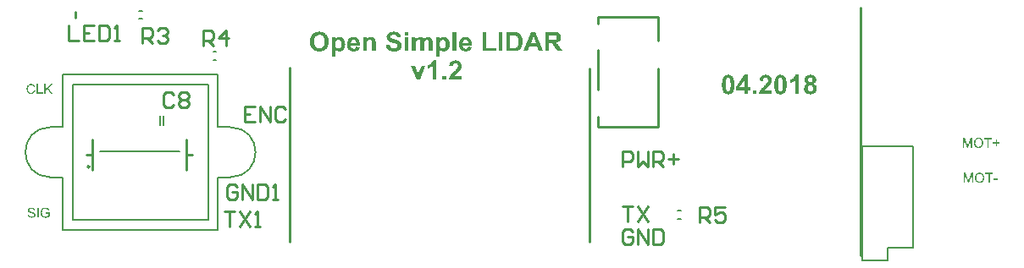
<source format=gto>
G04 Layer_Color=65535*
%FSLAX42Y42*%
%MOMM*%
G71*
G01*
G75*
%ADD36C,0.25*%
%ADD37C,0.20*%
%ADD38C,0.13*%
G36*
X4050Y1822D02*
X4017D01*
X3961Y1961D01*
X4000D01*
X4026Y1890D01*
X4033Y1866D01*
X4034Y1867D01*
X4034Y1868D01*
X4035Y1869D01*
X4035Y1871D01*
X4036Y1875D01*
X4037Y1877D01*
X4037Y1878D01*
Y1878D01*
X4038Y1879D01*
X4038Y1880D01*
X4038Y1882D01*
X4040Y1886D01*
X4041Y1890D01*
X4068Y1961D01*
X4106D01*
X4050Y1822D01*
D02*
G37*
G36*
X3050Y2302D02*
X3053D01*
X3057Y2302D01*
X3061Y2301D01*
X3066Y2300D01*
X3071Y2299D01*
X3076Y2298D01*
X3081Y2296D01*
X3087Y2294D01*
X3093Y2291D01*
X3098Y2288D01*
X3104Y2285D01*
X3109Y2281D01*
X3114Y2276D01*
X3114Y2276D01*
X3115Y2275D01*
X3117Y2273D01*
X3118Y2271D01*
X3120Y2268D01*
X3122Y2265D01*
X3124Y2261D01*
X3127Y2257D01*
X3129Y2252D01*
X3132Y2246D01*
X3134Y2240D01*
X3136Y2234D01*
X3137Y2227D01*
X3139Y2219D01*
X3139Y2211D01*
X3140Y2203D01*
Y2202D01*
Y2201D01*
X3139Y2198D01*
Y2195D01*
X3139Y2191D01*
X3138Y2186D01*
X3137Y2181D01*
X3137Y2176D01*
X3135Y2170D01*
X3134Y2164D01*
X3131Y2158D01*
X3129Y2152D01*
X3126Y2146D01*
X3122Y2140D01*
X3119Y2135D01*
X3114Y2129D01*
X3114Y2129D01*
X3113Y2128D01*
X3112Y2127D01*
X3109Y2125D01*
X3107Y2123D01*
X3104Y2121D01*
X3100Y2119D01*
X3096Y2116D01*
X3092Y2114D01*
X3087Y2111D01*
X3081Y2109D01*
X3075Y2107D01*
X3069Y2106D01*
X3062Y2104D01*
X3054Y2103D01*
X3047Y2103D01*
X3045D01*
X3042Y2103D01*
X3040Y2104D01*
X3036Y2104D01*
X3032Y2105D01*
X3027Y2105D01*
X3022Y2106D01*
X3017Y2108D01*
X3011Y2110D01*
X3006Y2112D01*
X3000Y2114D01*
X2994Y2117D01*
X2989Y2121D01*
X2984Y2125D01*
X2979Y2129D01*
X2978Y2130D01*
X2977Y2130D01*
X2976Y2132D01*
X2975Y2134D01*
X2973Y2137D01*
X2971Y2140D01*
X2968Y2144D01*
X2966Y2148D01*
X2964Y2153D01*
X2961Y2158D01*
X2959Y2164D01*
X2957Y2171D01*
X2956Y2178D01*
X2954Y2185D01*
X2954Y2193D01*
X2953Y2201D01*
Y2202D01*
Y2203D01*
Y2204D01*
X2954Y2206D01*
Y2209D01*
X2954Y2212D01*
X2954Y2215D01*
X2954Y2219D01*
X2956Y2226D01*
X2957Y2235D01*
X2959Y2243D01*
X2962Y2251D01*
Y2251D01*
X2962Y2251D01*
X2963Y2252D01*
X2963Y2253D01*
X2965Y2256D01*
X2967Y2260D01*
X2969Y2264D01*
X2972Y2268D01*
X2976Y2273D01*
X2980Y2277D01*
X2980Y2277D01*
X2980Y2278D01*
X2982Y2279D01*
X2984Y2281D01*
X2987Y2284D01*
X2991Y2287D01*
X2995Y2290D01*
X3000Y2292D01*
X3005Y2295D01*
X3005D01*
X3006Y2295D01*
X3007Y2296D01*
X3008Y2296D01*
X3010Y2297D01*
X3012Y2297D01*
X3014Y2298D01*
X3017Y2299D01*
X3023Y2300D01*
X3030Y2301D01*
X3038Y2302D01*
X3046Y2302D01*
X3048D01*
X3050Y2302D01*
D02*
G37*
G36*
X3392Y2249D02*
X3394Y2249D01*
X3398Y2248D01*
X3401Y2248D01*
X3404Y2247D01*
X3408Y2246D01*
X3412Y2244D01*
X3416Y2243D01*
X3421Y2240D01*
X3424Y2238D01*
X3428Y2235D01*
X3432Y2232D01*
X3436Y2228D01*
X3436Y2228D01*
X3436Y2228D01*
X3437Y2226D01*
X3438Y2224D01*
X3440Y2222D01*
X3441Y2220D01*
X3443Y2216D01*
X3444Y2213D01*
X3446Y2209D01*
X3448Y2204D01*
X3449Y2199D01*
X3451Y2193D01*
X3452Y2187D01*
X3453Y2180D01*
X3453Y2173D01*
Y2166D01*
X3361D01*
Y2165D01*
Y2165D01*
Y2164D01*
X3361Y2163D01*
X3361Y2160D01*
X3362Y2156D01*
X3363Y2152D01*
X3365Y2148D01*
X3367Y2144D01*
X3370Y2140D01*
X3370Y2140D01*
X3371Y2139D01*
X3373Y2137D01*
X3375Y2136D01*
X3378Y2134D01*
X3382Y2133D01*
X3386Y2131D01*
X3391Y2131D01*
X3392D01*
X3394Y2131D01*
X3396Y2132D01*
X3398Y2132D01*
X3401Y2133D01*
X3403Y2134D01*
X3405Y2136D01*
X3406Y2136D01*
X3406Y2137D01*
X3408Y2138D01*
X3409Y2140D01*
X3410Y2142D01*
X3412Y2144D01*
X3413Y2148D01*
X3414Y2151D01*
X3451Y2145D01*
Y2145D01*
X3451Y2144D01*
X3450Y2143D01*
X3450Y2142D01*
X3449Y2140D01*
X3448Y2138D01*
X3446Y2134D01*
X3443Y2129D01*
X3439Y2123D01*
X3434Y2119D01*
X3429Y2114D01*
X3428D01*
X3428Y2114D01*
X3427Y2113D01*
X3426Y2113D01*
X3424Y2112D01*
X3423Y2111D01*
X3421Y2110D01*
X3418Y2109D01*
X3413Y2107D01*
X3406Y2105D01*
X3399Y2104D01*
X3391Y2104D01*
X3389D01*
X3387Y2104D01*
X3385D01*
X3382Y2105D01*
X3378Y2105D01*
X3374Y2106D01*
X3370Y2107D01*
X3366Y2108D01*
X3361Y2110D01*
X3357Y2111D01*
X3353Y2114D01*
X3348Y2116D01*
X3344Y2120D01*
X3340Y2123D01*
X3337Y2127D01*
X3336Y2128D01*
X3336Y2128D01*
X3336Y2129D01*
X3335Y2131D01*
X3334Y2133D01*
X3333Y2135D01*
X3331Y2137D01*
X3330Y2140D01*
X3329Y2144D01*
X3328Y2147D01*
X3326Y2151D01*
X3325Y2156D01*
X3325Y2160D01*
X3324Y2165D01*
X3323Y2170D01*
X3323Y2175D01*
Y2176D01*
Y2177D01*
Y2179D01*
X3323Y2181D01*
X3324Y2184D01*
X3324Y2187D01*
X3325Y2191D01*
X3325Y2195D01*
X3328Y2204D01*
X3329Y2208D01*
X3331Y2213D01*
X3333Y2217D01*
X3335Y2221D01*
X3338Y2226D01*
X3341Y2229D01*
X3341Y2230D01*
X3342Y2230D01*
X3343Y2231D01*
X3345Y2233D01*
X3346Y2234D01*
X3348Y2236D01*
X3351Y2238D01*
X3354Y2239D01*
X3357Y2241D01*
X3360Y2243D01*
X3364Y2245D01*
X3368Y2246D01*
X3372Y2247D01*
X3377Y2248D01*
X3382Y2249D01*
X3387Y2249D01*
X3390D01*
X3392Y2249D01*
D02*
G37*
G36*
X4215Y1822D02*
X4178D01*
Y1961D01*
X4178Y1961D01*
X4177Y1960D01*
X4176Y1959D01*
X4174Y1958D01*
X4172Y1956D01*
X4170Y1955D01*
X4167Y1953D01*
X4164Y1950D01*
X4161Y1948D01*
X4157Y1946D01*
X4153Y1943D01*
X4149Y1941D01*
X4140Y1937D01*
X4130Y1933D01*
Y1966D01*
X4131D01*
X4131Y1967D01*
X4132Y1967D01*
X4133Y1967D01*
X4136Y1969D01*
X4139Y1970D01*
X4144Y1973D01*
X4149Y1976D01*
X4155Y1979D01*
X4161Y1984D01*
X4162Y1984D01*
X4162Y1984D01*
X4163Y1985D01*
X4164Y1986D01*
X4167Y1989D01*
X4171Y1993D01*
X4174Y1997D01*
X4178Y2003D01*
X4182Y2009D01*
X4185Y2015D01*
X4215D01*
Y1822D01*
D02*
G37*
G36*
X4315D02*
X4278D01*
Y1859D01*
X4315D01*
Y1822D01*
D02*
G37*
G36*
X4413Y2015D02*
X4415Y2014D01*
X4418Y2014D01*
X4421Y2014D01*
X4424Y2013D01*
X4432Y2011D01*
X4439Y2008D01*
X4443Y2007D01*
X4446Y2005D01*
X4450Y2002D01*
X4453Y1999D01*
X4453Y1999D01*
X4453Y1999D01*
X4454Y1998D01*
X4455Y1997D01*
X4457Y1995D01*
X4458Y1993D01*
X4459Y1991D01*
X4461Y1989D01*
X4464Y1983D01*
X4467Y1977D01*
X4468Y1973D01*
X4468Y1969D01*
X4469Y1965D01*
X4469Y1961D01*
Y1961D01*
Y1959D01*
X4469Y1956D01*
X4468Y1953D01*
X4468Y1950D01*
X4467Y1945D01*
X4466Y1941D01*
X4464Y1936D01*
X4464Y1936D01*
X4463Y1935D01*
X4462Y1932D01*
X4461Y1929D01*
X4459Y1925D01*
X4456Y1921D01*
X4453Y1917D01*
X4450Y1912D01*
X4449Y1912D01*
X4448Y1910D01*
X4447Y1908D01*
X4444Y1906D01*
X4441Y1902D01*
X4437Y1898D01*
X4432Y1893D01*
X4425Y1887D01*
X4425Y1887D01*
X4425Y1887D01*
X4424Y1886D01*
X4423Y1885D01*
X4420Y1882D01*
X4416Y1879D01*
X4412Y1875D01*
X4409Y1871D01*
X4405Y1868D01*
X4404Y1867D01*
X4403Y1866D01*
X4403Y1866D01*
X4402Y1865D01*
X4402Y1864D01*
X4400Y1863D01*
X4398Y1860D01*
X4396Y1856D01*
X4469D01*
Y1822D01*
X4340D01*
Y1822D01*
Y1823D01*
X4340Y1824D01*
X4340Y1825D01*
X4341Y1827D01*
X4341Y1829D01*
X4342Y1834D01*
X4344Y1839D01*
X4346Y1845D01*
X4349Y1852D01*
X4352Y1858D01*
Y1859D01*
X4353Y1859D01*
X4354Y1860D01*
X4355Y1862D01*
X4356Y1863D01*
X4357Y1865D01*
X4359Y1868D01*
X4362Y1871D01*
X4364Y1874D01*
X4367Y1877D01*
X4370Y1881D01*
X4374Y1885D01*
X4379Y1890D01*
X4383Y1894D01*
X4388Y1899D01*
X4394Y1905D01*
X4394Y1905D01*
X4395Y1906D01*
X4396Y1907D01*
X4398Y1908D01*
X4400Y1910D01*
X4402Y1912D01*
X4407Y1917D01*
X4412Y1923D01*
X4417Y1928D01*
X4419Y1930D01*
X4422Y1933D01*
X4423Y1935D01*
X4424Y1936D01*
X4425Y1937D01*
X4425Y1938D01*
X4427Y1940D01*
X4428Y1943D01*
X4430Y1947D01*
X4431Y1951D01*
X4432Y1955D01*
X4432Y1959D01*
Y1959D01*
Y1959D01*
Y1961D01*
X4432Y1963D01*
X4431Y1966D01*
X4430Y1969D01*
X4429Y1972D01*
X4428Y1975D01*
X4425Y1978D01*
X4425Y1978D01*
X4424Y1979D01*
X4423Y1980D01*
X4421Y1981D01*
X4418Y1982D01*
X4415Y1983D01*
X4411Y1984D01*
X4407Y1984D01*
X4405D01*
X4403Y1984D01*
X4400Y1984D01*
X4397Y1983D01*
X4394Y1981D01*
X4391Y1980D01*
X4389Y1978D01*
X4388Y1977D01*
X4387Y1976D01*
X4386Y1974D01*
X4385Y1972D01*
X4384Y1969D01*
X4383Y1965D01*
X4382Y1960D01*
X4381Y1955D01*
X4344Y1958D01*
Y1958D01*
X4345Y1960D01*
Y1961D01*
X4345Y1963D01*
X4345Y1966D01*
X4346Y1968D01*
X4347Y1971D01*
X4348Y1975D01*
X4351Y1982D01*
X4354Y1989D01*
X4356Y1993D01*
X4359Y1996D01*
X4362Y1999D01*
X4365Y2002D01*
X4365Y2002D01*
X4365Y2002D01*
X4366Y2003D01*
X4368Y2004D01*
X4369Y2005D01*
X4372Y2006D01*
X4374Y2007D01*
X4377Y2008D01*
X4380Y2010D01*
X4383Y2011D01*
X4390Y2013D01*
X4399Y2014D01*
X4403Y2015D01*
X4408Y2015D01*
X4411D01*
X4413Y2015D01*
D02*
G37*
G36*
X4511Y2249D02*
X4514Y2249D01*
X4517Y2248D01*
X4520Y2248D01*
X4524Y2247D01*
X4528Y2246D01*
X4532Y2244D01*
X4536Y2243D01*
X4540Y2240D01*
X4544Y2238D01*
X4548Y2235D01*
X4552Y2232D01*
X4555Y2228D01*
X4555Y2228D01*
X4556Y2228D01*
X4557Y2226D01*
X4558Y2224D01*
X4559Y2222D01*
X4561Y2220D01*
X4562Y2216D01*
X4564Y2213D01*
X4565Y2209D01*
X4567Y2204D01*
X4569Y2199D01*
X4570Y2193D01*
X4571Y2187D01*
X4572Y2180D01*
X4572Y2173D01*
Y2166D01*
X4480D01*
Y2165D01*
Y2165D01*
Y2164D01*
X4481Y2163D01*
X4481Y2160D01*
X4481Y2156D01*
X4482Y2152D01*
X4484Y2148D01*
X4486Y2144D01*
X4489Y2140D01*
X4489Y2140D01*
X4491Y2139D01*
X4492Y2137D01*
X4495Y2136D01*
X4498Y2134D01*
X4502Y2133D01*
X4506Y2131D01*
X4510Y2131D01*
X4512D01*
X4513Y2131D01*
X4515Y2132D01*
X4517Y2132D01*
X4520Y2133D01*
X4522Y2134D01*
X4525Y2136D01*
X4525Y2136D01*
X4526Y2137D01*
X4527Y2138D01*
X4528Y2140D01*
X4530Y2142D01*
X4531Y2144D01*
X4532Y2148D01*
X4534Y2151D01*
X4570Y2145D01*
Y2145D01*
X4570Y2144D01*
X4570Y2143D01*
X4569Y2142D01*
X4568Y2140D01*
X4567Y2138D01*
X4565Y2134D01*
X4562Y2129D01*
X4558Y2123D01*
X4553Y2119D01*
X4548Y2114D01*
X4548D01*
X4547Y2114D01*
X4546Y2113D01*
X4545Y2113D01*
X4544Y2112D01*
X4542Y2111D01*
X4540Y2110D01*
X4537Y2109D01*
X4532Y2107D01*
X4526Y2105D01*
X4518Y2104D01*
X4510Y2104D01*
X4508D01*
X4507Y2104D01*
X4504D01*
X4501Y2105D01*
X4497Y2105D01*
X4494Y2106D01*
X4490Y2107D01*
X4485Y2108D01*
X4481Y2110D01*
X4476Y2111D01*
X4472Y2114D01*
X4467Y2116D01*
X4463Y2120D01*
X4460Y2123D01*
X4456Y2127D01*
X4456Y2128D01*
X4456Y2128D01*
X4455Y2129D01*
X4454Y2131D01*
X4453Y2133D01*
X4452Y2135D01*
X4451Y2137D01*
X4449Y2140D01*
X4448Y2144D01*
X4447Y2147D01*
X4446Y2151D01*
X4445Y2156D01*
X4444Y2160D01*
X4443Y2165D01*
X4443Y2170D01*
X4443Y2175D01*
Y2176D01*
Y2177D01*
Y2179D01*
X4443Y2181D01*
X4443Y2184D01*
X4443Y2187D01*
X4444Y2191D01*
X4445Y2195D01*
X4447Y2204D01*
X4448Y2208D01*
X4450Y2213D01*
X4452Y2217D01*
X4455Y2221D01*
X4458Y2226D01*
X4461Y2229D01*
X4461Y2230D01*
X4461Y2230D01*
X4462Y2231D01*
X4464Y2233D01*
X4466Y2234D01*
X4468Y2236D01*
X4470Y2238D01*
X4473Y2239D01*
X4476Y2241D01*
X4480Y2243D01*
X4483Y2245D01*
X4487Y2246D01*
X4492Y2247D01*
X4496Y2248D01*
X4501Y2249D01*
X4506Y2249D01*
X4509D01*
X4511Y2249D01*
D02*
G37*
G36*
X4879Y2107D02*
X4840D01*
Y2299D01*
X4879D01*
Y2107D01*
D02*
G37*
G36*
X4995Y2299D02*
X5001Y2298D01*
X5006Y2298D01*
X5012Y2297D01*
X5018Y2296D01*
X5024Y2295D01*
X5024D01*
X5024Y2295D01*
X5025Y2294D01*
X5026Y2294D01*
X5030Y2293D01*
X5034Y2291D01*
X5038Y2288D01*
X5043Y2285D01*
X5048Y2282D01*
X5052Y2277D01*
X5053D01*
X5053Y2277D01*
X5054Y2275D01*
X5057Y2272D01*
X5059Y2269D01*
X5062Y2264D01*
X5065Y2259D01*
X5068Y2253D01*
X5071Y2246D01*
Y2246D01*
X5071Y2245D01*
X5071Y2244D01*
X5072Y2243D01*
X5072Y2241D01*
X5073Y2239D01*
X5073Y2236D01*
X5074Y2234D01*
X5075Y2231D01*
X5075Y2227D01*
X5076Y2223D01*
X5076Y2219D01*
X5077Y2211D01*
X5077Y2201D01*
Y2201D01*
Y2200D01*
Y2199D01*
Y2197D01*
X5077Y2195D01*
Y2193D01*
X5077Y2190D01*
X5076Y2187D01*
X5076Y2180D01*
X5075Y2174D01*
X5073Y2167D01*
X5071Y2160D01*
Y2160D01*
X5071Y2159D01*
X5070Y2158D01*
X5070Y2156D01*
X5069Y2155D01*
X5068Y2153D01*
X5066Y2148D01*
X5063Y2143D01*
X5059Y2137D01*
X5055Y2131D01*
X5051Y2126D01*
X5050Y2125D01*
X5049Y2124D01*
X5046Y2123D01*
X5043Y2120D01*
X5039Y2118D01*
X5035Y2115D01*
X5029Y2113D01*
X5023Y2111D01*
X5023D01*
X5023Y2110D01*
X5022D01*
X5021Y2110D01*
X5018Y2110D01*
X5014Y2109D01*
X5009Y2108D01*
X5004Y2107D01*
X4997Y2107D01*
X4989Y2107D01*
X4916D01*
Y2299D01*
X4993D01*
X4995Y2299D01*
D02*
G37*
G36*
X5283Y2107D02*
X5241D01*
X5225Y2150D01*
X5147D01*
X5132Y2107D01*
X5090D01*
X5165Y2299D01*
X5206D01*
X5283Y2107D01*
D02*
G37*
G36*
X3938D02*
X3901D01*
Y2246D01*
X3938D01*
Y2107D01*
D02*
G37*
G36*
X4415D02*
X4378D01*
Y2299D01*
X4415D01*
Y2107D01*
D02*
G37*
G36*
X4717Y2139D02*
X4814D01*
Y2107D01*
X4678D01*
Y2297D01*
X4717D01*
Y2139D01*
D02*
G37*
G36*
X171Y539D02*
X172D01*
X174Y539D01*
X177Y538D01*
X180Y538D01*
X184Y537D01*
X187Y536D01*
X187D01*
X187Y536D01*
X188Y535D01*
X188Y535D01*
X190Y534D01*
X192Y533D01*
X194Y532D01*
X196Y530D01*
X198Y528D01*
X200Y525D01*
Y525D01*
X200Y525D01*
X200Y525D01*
X200Y524D01*
X201Y523D01*
X202Y521D01*
X203Y519D01*
X204Y516D01*
X204Y513D01*
X205Y510D01*
X192Y509D01*
Y509D01*
Y509D01*
X192Y510D01*
X192Y511D01*
X191Y512D01*
X191Y514D01*
X190Y517D01*
X189Y519D01*
X187Y521D01*
X185Y523D01*
X185Y523D01*
X184Y524D01*
X183Y524D01*
X181Y525D01*
X179Y526D01*
X176Y527D01*
X172Y528D01*
X168Y528D01*
X166D01*
X166Y528D01*
X164Y527D01*
X162Y527D01*
X159Y527D01*
X156Y526D01*
X154Y525D01*
X152Y524D01*
X151Y523D01*
X151Y523D01*
X150Y523D01*
X150Y522D01*
X149Y520D01*
X148Y519D01*
X147Y517D01*
X146Y515D01*
X146Y513D01*
Y513D01*
Y512D01*
X146Y511D01*
X146Y510D01*
X147Y509D01*
X148Y507D01*
X148Y506D01*
X150Y504D01*
X150Y504D01*
X151Y504D01*
X151Y503D01*
X152Y503D01*
X153Y503D01*
X154Y502D01*
X155Y502D01*
X156Y501D01*
X158Y501D01*
X160Y500D01*
X162Y499D01*
X164Y499D01*
X166Y498D01*
X169Y497D01*
X169D01*
X170Y497D01*
X171Y497D01*
X172Y497D01*
X173Y497D01*
X175Y496D01*
X176Y496D01*
X178Y495D01*
X181Y494D01*
X185Y493D01*
X187Y493D01*
X188Y492D01*
X190Y492D01*
X191Y491D01*
X191D01*
X191Y491D01*
X192Y491D01*
X192Y490D01*
X194Y490D01*
X196Y488D01*
X198Y487D01*
X200Y485D01*
X202Y483D01*
X203Y481D01*
X204Y481D01*
X204Y480D01*
X205Y479D01*
X206Y477D01*
X206Y475D01*
X207Y473D01*
X207Y470D01*
X208Y467D01*
Y467D01*
Y467D01*
Y467D01*
Y466D01*
X207Y465D01*
X207Y463D01*
X206Y460D01*
X206Y458D01*
X205Y455D01*
X203Y453D01*
Y453D01*
X203Y452D01*
X202Y452D01*
X201Y450D01*
X200Y449D01*
X198Y447D01*
X196Y445D01*
X193Y444D01*
X190Y442D01*
X190D01*
X190Y442D01*
X189Y442D01*
X189Y442D01*
X188Y441D01*
X187Y441D01*
X185Y440D01*
X182Y440D01*
X179Y439D01*
X175Y438D01*
X171Y438D01*
X169D01*
X168Y438D01*
X167D01*
X165Y439D01*
X164Y439D01*
X160Y439D01*
X157Y440D01*
X153Y441D01*
X149Y442D01*
X149D01*
X149Y442D01*
X148Y443D01*
X148Y443D01*
X146Y444D01*
X144Y445D01*
X142Y447D01*
X140Y449D01*
X137Y451D01*
X135Y454D01*
Y454D01*
X135Y454D01*
X135Y455D01*
X134Y455D01*
X134Y456D01*
X134Y457D01*
X133Y459D01*
X132Y461D01*
X131Y464D01*
X130Y468D01*
X130Y471D01*
X142Y472D01*
Y472D01*
Y472D01*
X142Y472D01*
Y471D01*
X143Y470D01*
X143Y468D01*
X144Y466D01*
X144Y464D01*
X145Y462D01*
X146Y460D01*
X146Y460D01*
X147Y460D01*
X147Y459D01*
X148Y458D01*
X150Y456D01*
X151Y455D01*
X154Y454D01*
X156Y453D01*
X156D01*
X156Y453D01*
X157Y452D01*
X157Y452D01*
X158Y452D01*
X160Y451D01*
X162Y451D01*
X165Y450D01*
X168Y450D01*
X171Y450D01*
X172D01*
X174Y450D01*
X175Y450D01*
X177Y450D01*
X179Y451D01*
X182Y451D01*
X184Y452D01*
X184Y452D01*
X185Y452D01*
X186Y453D01*
X187Y454D01*
X188Y455D01*
X190Y456D01*
X191Y457D01*
X192Y458D01*
X192Y458D01*
X193Y459D01*
X193Y459D01*
X194Y461D01*
X194Y462D01*
X195Y463D01*
X195Y465D01*
X195Y466D01*
Y467D01*
Y467D01*
X195Y468D01*
X195Y469D01*
X194Y470D01*
X194Y472D01*
X193Y473D01*
X192Y474D01*
X192Y475D01*
X192Y475D01*
X191Y476D01*
X190Y476D01*
X189Y477D01*
X188Y478D01*
X186Y479D01*
X184Y480D01*
X183Y480D01*
X183Y480D01*
X182Y481D01*
X181Y481D01*
X180Y481D01*
X179Y482D01*
X178Y482D01*
X176Y482D01*
X175Y483D01*
X173Y483D01*
X171Y484D01*
X169Y484D01*
X166Y485D01*
X166D01*
X166Y485D01*
X165Y485D01*
X164Y485D01*
X163Y486D01*
X162Y486D01*
X159Y487D01*
X156Y488D01*
X153Y489D01*
X150Y490D01*
X148Y490D01*
X147Y491D01*
X147D01*
X147Y491D01*
X146Y492D01*
X145Y492D01*
X144Y493D01*
X142Y495D01*
X140Y496D01*
X138Y498D01*
X137Y500D01*
X137Y500D01*
X136Y501D01*
X136Y502D01*
X135Y504D01*
X135Y505D01*
X134Y508D01*
X134Y510D01*
X134Y512D01*
Y512D01*
Y512D01*
Y513D01*
Y513D01*
X134Y515D01*
X134Y517D01*
X135Y519D01*
X135Y521D01*
X136Y524D01*
X138Y526D01*
Y526D01*
X138Y526D01*
X139Y527D01*
X140Y528D01*
X141Y530D01*
X143Y531D01*
X145Y533D01*
X147Y534D01*
X150Y536D01*
X150D01*
X150Y536D01*
X151Y536D01*
X151Y536D01*
X152Y537D01*
X153Y537D01*
X155Y538D01*
X158Y538D01*
X161Y539D01*
X164Y539D01*
X168Y539D01*
X170D01*
X171Y539D01*
D02*
G37*
G36*
X9818Y1194D02*
X9845D01*
Y1183D01*
X9818D01*
Y1156D01*
X9807D01*
Y1183D01*
X9780D01*
Y1194D01*
X9807D01*
Y1220D01*
X9818D01*
Y1194D01*
D02*
G37*
G36*
X9649Y889D02*
X9650D01*
X9652Y889D01*
X9653Y889D01*
X9655Y888D01*
X9659Y888D01*
X9663Y887D01*
X9667Y885D01*
X9669Y884D01*
X9671Y883D01*
X9671Y883D01*
X9672Y882D01*
X9672Y882D01*
X9673Y882D01*
X9674Y881D01*
X9675Y880D01*
X9677Y878D01*
X9680Y876D01*
X9683Y872D01*
X9685Y869D01*
X9688Y865D01*
Y865D01*
X9688Y864D01*
X9688Y864D01*
X9688Y863D01*
X9689Y862D01*
X9689Y860D01*
X9690Y859D01*
X9691Y857D01*
X9691Y855D01*
X9692Y853D01*
X9692Y851D01*
X9693Y849D01*
X9693Y844D01*
X9693Y838D01*
Y838D01*
Y838D01*
Y837D01*
X9693Y836D01*
Y835D01*
X9693Y833D01*
X9693Y831D01*
X9693Y830D01*
X9692Y826D01*
X9691Y821D01*
X9689Y817D01*
X9688Y814D01*
X9687Y812D01*
Y812D01*
X9687Y811D01*
X9687Y811D01*
X9686Y810D01*
X9686Y809D01*
X9685Y808D01*
X9683Y805D01*
X9681Y803D01*
X9678Y800D01*
X9674Y797D01*
X9670Y794D01*
X9670D01*
X9670Y794D01*
X9669Y794D01*
X9668Y793D01*
X9667Y793D01*
X9666Y792D01*
X9665Y792D01*
X9663Y791D01*
X9662Y791D01*
X9660Y790D01*
X9656Y789D01*
X9651Y789D01*
X9647Y788D01*
X9645D01*
X9645Y788D01*
X9643D01*
X9642Y789D01*
X9640Y789D01*
X9638Y789D01*
X9635Y790D01*
X9631Y791D01*
X9626Y793D01*
X9624Y794D01*
X9622Y795D01*
X9622Y795D01*
X9622Y795D01*
X9621Y796D01*
X9620Y796D01*
X9619Y797D01*
X9618Y798D01*
X9616Y800D01*
X9613Y802D01*
X9611Y805D01*
X9608Y809D01*
X9606Y813D01*
Y813D01*
X9605Y814D01*
X9605Y814D01*
X9605Y815D01*
X9604Y816D01*
X9604Y817D01*
X9603Y819D01*
X9603Y820D01*
X9602Y822D01*
X9602Y824D01*
X9601Y828D01*
X9600Y833D01*
X9600Y837D01*
Y838D01*
Y838D01*
Y838D01*
X9600Y840D01*
Y841D01*
X9601Y843D01*
X9601Y846D01*
X9601Y849D01*
X9602Y851D01*
X9602Y854D01*
X9603Y857D01*
X9604Y860D01*
X9606Y864D01*
X9607Y867D01*
X9609Y870D01*
X9611Y873D01*
X9613Y875D01*
X9613Y876D01*
X9614Y876D01*
X9614Y877D01*
X9615Y878D01*
X9617Y879D01*
X9618Y880D01*
X9620Y881D01*
X9622Y882D01*
X9624Y884D01*
X9627Y885D01*
X9630Y886D01*
X9633Y887D01*
X9636Y888D01*
X9639Y889D01*
X9643Y889D01*
X9647Y889D01*
X9648D01*
X9649Y889D01*
D02*
G37*
G36*
X9780Y876D02*
X9748D01*
Y790D01*
X9735D01*
Y876D01*
X9703D01*
Y888D01*
X9780D01*
Y876D01*
D02*
G37*
G36*
X9639Y1239D02*
X9640D01*
X9642Y1239D01*
X9643Y1239D01*
X9645Y1238D01*
X9649Y1238D01*
X9653Y1237D01*
X9657Y1235D01*
X9659Y1234D01*
X9661Y1233D01*
X9661Y1233D01*
X9662Y1232D01*
X9662Y1232D01*
X9663Y1232D01*
X9664Y1231D01*
X9665Y1230D01*
X9667Y1228D01*
X9670Y1226D01*
X9673Y1222D01*
X9675Y1219D01*
X9678Y1215D01*
Y1215D01*
X9678Y1214D01*
X9678Y1214D01*
X9678Y1213D01*
X9679Y1212D01*
X9679Y1210D01*
X9680Y1209D01*
X9681Y1207D01*
X9681Y1205D01*
X9682Y1203D01*
X9682Y1201D01*
X9683Y1199D01*
X9683Y1194D01*
X9683Y1188D01*
Y1188D01*
Y1188D01*
Y1187D01*
X9683Y1186D01*
Y1185D01*
X9683Y1183D01*
X9683Y1181D01*
X9683Y1180D01*
X9682Y1176D01*
X9681Y1171D01*
X9679Y1167D01*
X9678Y1164D01*
X9677Y1162D01*
Y1162D01*
X9677Y1161D01*
X9677Y1161D01*
X9676Y1160D01*
X9676Y1159D01*
X9675Y1158D01*
X9673Y1155D01*
X9671Y1153D01*
X9668Y1150D01*
X9664Y1147D01*
X9660Y1144D01*
X9660D01*
X9660Y1144D01*
X9659Y1144D01*
X9658Y1143D01*
X9657Y1143D01*
X9656Y1142D01*
X9655Y1142D01*
X9653Y1141D01*
X9652Y1141D01*
X9650Y1140D01*
X9646Y1139D01*
X9641Y1139D01*
X9637Y1138D01*
X9635D01*
X9635Y1138D01*
X9633D01*
X9632Y1139D01*
X9630Y1139D01*
X9628Y1139D01*
X9625Y1140D01*
X9621Y1141D01*
X9616Y1143D01*
X9614Y1144D01*
X9612Y1145D01*
X9612Y1145D01*
X9612Y1145D01*
X9611Y1146D01*
X9610Y1146D01*
X9609Y1147D01*
X9608Y1148D01*
X9606Y1150D01*
X9603Y1152D01*
X9601Y1155D01*
X9598Y1159D01*
X9596Y1163D01*
Y1163D01*
X9595Y1164D01*
X9595Y1164D01*
X9595Y1165D01*
X9594Y1166D01*
X9594Y1167D01*
X9593Y1169D01*
X9593Y1170D01*
X9592Y1172D01*
X9592Y1174D01*
X9591Y1178D01*
X9590Y1183D01*
X9590Y1187D01*
Y1188D01*
Y1188D01*
Y1188D01*
X9590Y1190D01*
Y1191D01*
X9591Y1193D01*
X9591Y1196D01*
X9591Y1199D01*
X9592Y1201D01*
X9592Y1204D01*
X9593Y1207D01*
X9594Y1210D01*
X9596Y1214D01*
X9597Y1217D01*
X9599Y1220D01*
X9601Y1223D01*
X9603Y1225D01*
X9603Y1226D01*
X9604Y1226D01*
X9604Y1227D01*
X9605Y1228D01*
X9607Y1229D01*
X9608Y1230D01*
X9610Y1231D01*
X9612Y1232D01*
X9614Y1234D01*
X9617Y1235D01*
X9620Y1236D01*
X9623Y1237D01*
X9626Y1238D01*
X9629Y1239D01*
X9633Y1239D01*
X9637Y1239D01*
X9638D01*
X9639Y1239D01*
D02*
G37*
G36*
X9770Y1226D02*
X9738D01*
Y1140D01*
X9725D01*
Y1226D01*
X9693D01*
Y1238D01*
X9770D01*
Y1226D01*
D02*
G37*
G36*
X9573Y1140D02*
X9561D01*
Y1222D01*
X9532Y1140D01*
X9521D01*
X9492Y1223D01*
Y1140D01*
X9480D01*
Y1238D01*
X9499D01*
X9522Y1168D01*
Y1168D01*
X9523Y1168D01*
X9523Y1167D01*
X9523Y1167D01*
X9524Y1165D01*
X9524Y1163D01*
X9525Y1161D01*
X9526Y1158D01*
X9527Y1156D01*
X9527Y1154D01*
X9527Y1154D01*
X9527Y1155D01*
X9528Y1156D01*
X9528Y1158D01*
X9529Y1160D01*
X9530Y1163D01*
X9531Y1166D01*
X9532Y1170D01*
X9556Y1238D01*
X9573D01*
Y1140D01*
D02*
G37*
G36*
X9583Y790D02*
X9571D01*
Y872D01*
X9542Y790D01*
X9531D01*
X9502Y873D01*
Y790D01*
X9490D01*
Y888D01*
X9509D01*
X9532Y818D01*
Y818D01*
X9533Y818D01*
X9533Y817D01*
X9533Y817D01*
X9534Y815D01*
X9534Y813D01*
X9535Y811D01*
X9536Y808D01*
X9537Y806D01*
X9537Y804D01*
X9537Y804D01*
X9537Y805D01*
X9538Y806D01*
X9538Y808D01*
X9539Y810D01*
X9540Y813D01*
X9541Y816D01*
X9542Y820D01*
X9566Y888D01*
X9583D01*
Y790D01*
D02*
G37*
G36*
X168Y1779D02*
X170Y1779D01*
X171Y1779D01*
X173Y1779D01*
X175Y1778D01*
X178Y1777D01*
X183Y1776D01*
X185Y1775D01*
X187Y1774D01*
X189Y1773D01*
X191Y1772D01*
X191Y1772D01*
X191Y1771D01*
X192Y1771D01*
X192Y1770D01*
X193Y1770D01*
X194Y1769D01*
X195Y1768D01*
X196Y1766D01*
X197Y1765D01*
X198Y1763D01*
X200Y1762D01*
X201Y1760D01*
X202Y1758D01*
X203Y1756D01*
X204Y1753D01*
X205Y1751D01*
X192Y1748D01*
Y1748D01*
X192Y1748D01*
X191Y1749D01*
X191Y1749D01*
X191Y1750D01*
X190Y1751D01*
X189Y1754D01*
X188Y1756D01*
X186Y1759D01*
X184Y1761D01*
X182Y1763D01*
X182Y1764D01*
X181Y1764D01*
X179Y1765D01*
X178Y1766D01*
X175Y1767D01*
X172Y1768D01*
X169Y1768D01*
X166Y1768D01*
X165D01*
X164Y1768D01*
X163D01*
X162Y1768D01*
X159Y1768D01*
X156Y1767D01*
X153Y1766D01*
X150Y1765D01*
X147Y1763D01*
X147D01*
X147Y1762D01*
X146Y1762D01*
X144Y1761D01*
X143Y1759D01*
X141Y1757D01*
X139Y1754D01*
X138Y1751D01*
X136Y1748D01*
Y1748D01*
X136Y1748D01*
X136Y1747D01*
X136Y1747D01*
X136Y1746D01*
X135Y1745D01*
X135Y1742D01*
X134Y1740D01*
X134Y1737D01*
X133Y1733D01*
X133Y1729D01*
Y1729D01*
Y1729D01*
Y1728D01*
Y1727D01*
X133Y1726D01*
Y1725D01*
X134Y1724D01*
X134Y1722D01*
X134Y1719D01*
X135Y1715D01*
X136Y1711D01*
X137Y1708D01*
Y1708D01*
X137Y1707D01*
X137Y1707D01*
X137Y1706D01*
X138Y1705D01*
X140Y1703D01*
X141Y1700D01*
X143Y1698D01*
X145Y1696D01*
X148Y1694D01*
X148D01*
X148Y1694D01*
X149Y1693D01*
X149Y1693D01*
X150Y1693D01*
X151Y1692D01*
X153Y1692D01*
X156Y1691D01*
X158Y1690D01*
X161Y1689D01*
X165Y1689D01*
X166D01*
X167Y1689D01*
X168D01*
X168Y1690D01*
X171Y1690D01*
X174Y1691D01*
X177Y1692D01*
X180Y1694D01*
X182Y1694D01*
X183Y1696D01*
X183Y1696D01*
X183Y1696D01*
X184Y1696D01*
X184Y1697D01*
X185Y1697D01*
X186Y1698D01*
X186Y1699D01*
X187Y1700D01*
X188Y1701D01*
X189Y1703D01*
X190Y1704D01*
X191Y1706D01*
X191Y1708D01*
X192Y1710D01*
X193Y1712D01*
X193Y1714D01*
X206Y1711D01*
Y1711D01*
X206Y1710D01*
X206Y1709D01*
X205Y1708D01*
X205Y1707D01*
X204Y1705D01*
X204Y1704D01*
X203Y1702D01*
X201Y1698D01*
X198Y1694D01*
X197Y1692D01*
X195Y1690D01*
X194Y1688D01*
X192Y1687D01*
X191Y1686D01*
X191Y1686D01*
X190Y1686D01*
X190Y1685D01*
X189Y1685D01*
X188Y1684D01*
X186Y1683D01*
X184Y1683D01*
X183Y1682D01*
X181Y1681D01*
X179Y1680D01*
X176Y1680D01*
X174Y1679D01*
X171Y1679D01*
X169Y1678D01*
X166Y1678D01*
X164D01*
X163Y1678D01*
X162D01*
X160Y1679D01*
X159Y1679D01*
X157Y1679D01*
X153Y1680D01*
X148Y1681D01*
X144Y1683D01*
X142Y1684D01*
X140Y1685D01*
X140Y1685D01*
X140Y1685D01*
X139Y1685D01*
X139Y1686D01*
X138Y1686D01*
X137Y1687D01*
X136Y1688D01*
X135Y1689D01*
X133Y1691D01*
X132Y1692D01*
X130Y1695D01*
X127Y1699D01*
X125Y1703D01*
Y1703D01*
X125Y1704D01*
X125Y1705D01*
X124Y1705D01*
X124Y1707D01*
X124Y1708D01*
X123Y1709D01*
X123Y1711D01*
X122Y1713D01*
X122Y1715D01*
X121Y1719D01*
X120Y1724D01*
X120Y1729D01*
Y1730D01*
Y1730D01*
Y1731D01*
X120Y1732D01*
Y1733D01*
X120Y1735D01*
X120Y1737D01*
X121Y1739D01*
X121Y1743D01*
X122Y1747D01*
X124Y1752D01*
X126Y1756D01*
X126Y1756D01*
X126Y1757D01*
X126Y1757D01*
X127Y1758D01*
X127Y1759D01*
X128Y1760D01*
X130Y1762D01*
X132Y1765D01*
X135Y1768D01*
X138Y1771D01*
X142Y1773D01*
X142Y1773D01*
X143Y1774D01*
X143Y1774D01*
X144Y1774D01*
X145Y1775D01*
X146Y1775D01*
X148Y1776D01*
X149Y1776D01*
X151Y1777D01*
X153Y1777D01*
X157Y1778D01*
X161Y1779D01*
X166Y1779D01*
X167D01*
X168Y1779D01*
D02*
G37*
G36*
X240Y440D02*
X227D01*
Y538D01*
X240D01*
Y440D01*
D02*
G37*
G36*
X311Y539D02*
X312D01*
X315Y539D01*
X318Y538D01*
X321Y538D01*
X325Y537D01*
X328Y536D01*
X328D01*
X328Y536D01*
X329Y535D01*
X329Y535D01*
X331Y534D01*
X333Y533D01*
X335Y532D01*
X337Y530D01*
X339Y528D01*
X341Y526D01*
X341Y526D01*
X342Y525D01*
X343Y524D01*
X344Y522D01*
X345Y520D01*
X346Y517D01*
X348Y514D01*
X349Y510D01*
X337Y507D01*
Y507D01*
X337Y507D01*
X337Y508D01*
X337Y508D01*
X336Y510D01*
X336Y511D01*
X335Y513D01*
X334Y515D01*
X333Y517D01*
X331Y519D01*
X331Y519D01*
X331Y520D01*
X330Y520D01*
X329Y521D01*
X328Y522D01*
X326Y523D01*
X324Y525D01*
X322Y526D01*
X322Y526D01*
X321Y526D01*
X320Y526D01*
X318Y527D01*
X316Y527D01*
X314Y528D01*
X311Y528D01*
X309Y528D01*
X307D01*
X306Y528D01*
X306D01*
X304Y528D01*
X301Y528D01*
X298Y527D01*
X296Y526D01*
X293Y525D01*
X293Y525D01*
X292Y525D01*
X291Y524D01*
X290Y524D01*
X288Y522D01*
X286Y521D01*
X285Y520D01*
X283Y518D01*
X283Y518D01*
X282Y518D01*
X282Y517D01*
X281Y516D01*
X280Y514D01*
X279Y512D01*
X278Y511D01*
X277Y509D01*
Y509D01*
X277Y508D01*
X276Y508D01*
X276Y507D01*
X276Y506D01*
X276Y505D01*
X275Y504D01*
X275Y503D01*
X274Y500D01*
X274Y497D01*
X273Y493D01*
X273Y489D01*
Y489D01*
Y488D01*
Y488D01*
X273Y487D01*
Y486D01*
X273Y484D01*
X274Y483D01*
X274Y481D01*
X274Y478D01*
X275Y474D01*
X276Y471D01*
X277Y467D01*
Y467D01*
X278Y467D01*
X278Y466D01*
X278Y466D01*
X279Y464D01*
X281Y462D01*
X283Y460D01*
X285Y458D01*
X288Y456D01*
X291Y454D01*
X291D01*
X291Y454D01*
X291Y454D01*
X292Y453D01*
X293Y453D01*
X294Y453D01*
X296Y452D01*
X299Y451D01*
X302Y451D01*
X305Y450D01*
X309Y450D01*
X310D01*
X311Y450D01*
X312D01*
X314Y450D01*
X317Y451D01*
X319Y451D01*
X322Y452D01*
X325Y453D01*
X325D01*
X326Y453D01*
X326Y453D01*
X327Y454D01*
X328Y454D01*
X330Y455D01*
X332Y456D01*
X334Y457D01*
X336Y458D01*
X338Y460D01*
Y478D01*
X309D01*
Y490D01*
X350D01*
Y454D01*
X350Y453D01*
X350Y453D01*
X349Y453D01*
X349Y452D01*
X348Y452D01*
X347Y451D01*
X345Y450D01*
X344Y449D01*
X341Y447D01*
X338Y445D01*
X334Y444D01*
X330Y442D01*
X330D01*
X330Y442D01*
X329Y442D01*
X329Y442D01*
X328Y441D01*
X327Y441D01*
X325Y441D01*
X324Y440D01*
X321Y440D01*
X317Y439D01*
X314Y438D01*
X310Y438D01*
X308D01*
X307Y438D01*
X306D01*
X305Y439D01*
X303Y439D01*
X301Y439D01*
X297Y440D01*
X293Y441D01*
X288Y442D01*
X286Y443D01*
X284Y444D01*
X283Y445D01*
X283Y445D01*
X282Y445D01*
X282Y445D01*
X281Y446D01*
X280Y447D01*
X277Y449D01*
X274Y451D01*
X271Y455D01*
X268Y458D01*
X266Y462D01*
Y462D01*
X265Y463D01*
X265Y463D01*
X265Y464D01*
X264Y465D01*
X264Y467D01*
X263Y468D01*
X263Y470D01*
X262Y472D01*
X262Y474D01*
X261Y476D01*
X261Y478D01*
X260Y483D01*
X260Y488D01*
Y488D01*
Y489D01*
Y490D01*
X260Y491D01*
Y492D01*
X260Y493D01*
X260Y495D01*
X261Y497D01*
X261Y499D01*
X261Y501D01*
X262Y505D01*
X264Y510D01*
X266Y515D01*
X266Y515D01*
X266Y515D01*
X266Y516D01*
X267Y517D01*
X267Y518D01*
X268Y519D01*
X270Y522D01*
X273Y525D01*
X275Y528D01*
X279Y531D01*
X281Y532D01*
X283Y533D01*
X283Y533D01*
X283Y533D01*
X284Y534D01*
X285Y534D01*
X286Y535D01*
X287Y535D01*
X289Y536D01*
X290Y536D01*
X292Y537D01*
X294Y537D01*
X296Y538D01*
X298Y538D01*
X303Y539D01*
X306Y539D01*
X310D01*
X311Y539D01*
D02*
G37*
G36*
X9824Y819D02*
X9787D01*
Y831D01*
X9824D01*
Y819D01*
D02*
G37*
G36*
X235Y1692D02*
X283D01*
Y1680D01*
X222D01*
Y1778D01*
X235D01*
Y1692D01*
D02*
G37*
G36*
X335Y1738D02*
X378Y1680D01*
X361D01*
X326Y1729D01*
X310Y1714D01*
Y1680D01*
X297D01*
Y1778D01*
X310D01*
Y1729D01*
X359Y1778D01*
X376D01*
X335Y1738D01*
D02*
G37*
G36*
X3938Y2265D02*
X3901D01*
Y2299D01*
X3938D01*
Y2265D01*
D02*
G37*
G36*
X7138Y1870D02*
X7140Y1870D01*
X7143Y1869D01*
X7146Y1869D01*
X7149Y1868D01*
X7153Y1867D01*
X7156Y1866D01*
X7160Y1864D01*
X7163Y1862D01*
X7167Y1860D01*
X7171Y1857D01*
X7174Y1854D01*
X7177Y1851D01*
X7177Y1850D01*
X7178Y1849D01*
X7179Y1848D01*
X7180Y1846D01*
X7181Y1843D01*
X7183Y1840D01*
X7185Y1836D01*
X7186Y1832D01*
X7188Y1827D01*
X7190Y1821D01*
X7191Y1814D01*
X7193Y1807D01*
X7194Y1799D01*
X7195Y1791D01*
X7196Y1782D01*
X7196Y1772D01*
Y1772D01*
Y1771D01*
Y1771D01*
Y1770D01*
Y1767D01*
X7196Y1763D01*
X7195Y1759D01*
X7195Y1753D01*
X7194Y1748D01*
X7194Y1742D01*
X7193Y1735D01*
X7191Y1729D01*
X7190Y1722D01*
X7188Y1716D01*
X7186Y1710D01*
X7183Y1704D01*
X7180Y1698D01*
X7177Y1693D01*
X7177Y1693D01*
X7176Y1693D01*
X7175Y1691D01*
X7174Y1690D01*
X7173Y1689D01*
X7171Y1687D01*
X7168Y1685D01*
X7166Y1684D01*
X7163Y1682D01*
X7160Y1680D01*
X7156Y1678D01*
X7152Y1677D01*
X7148Y1676D01*
X7143Y1675D01*
X7138Y1674D01*
X7133Y1674D01*
X7132D01*
X7131Y1674D01*
X7129D01*
X7126Y1674D01*
X7124Y1675D01*
X7121Y1675D01*
X7117Y1677D01*
X7114Y1678D01*
X7110Y1679D01*
X7106Y1681D01*
X7103Y1683D01*
X7099Y1685D01*
X7095Y1688D01*
X7092Y1691D01*
X7088Y1695D01*
X7088Y1695D01*
X7087Y1696D01*
X7087Y1698D01*
X7086Y1699D01*
X7084Y1702D01*
X7083Y1705D01*
X7081Y1709D01*
X7080Y1713D01*
X7078Y1718D01*
X7077Y1723D01*
X7075Y1730D01*
X7074Y1737D01*
X7073Y1745D01*
X7072Y1753D01*
X7072Y1762D01*
X7071Y1772D01*
Y1773D01*
Y1773D01*
Y1774D01*
Y1775D01*
Y1778D01*
X7072Y1781D01*
X7072Y1786D01*
X7072Y1791D01*
X7073Y1796D01*
X7073Y1803D01*
X7075Y1809D01*
X7076Y1815D01*
X7077Y1822D01*
X7079Y1828D01*
X7081Y1834D01*
X7084Y1840D01*
X7087Y1846D01*
X7090Y1851D01*
X7090Y1851D01*
X7091Y1851D01*
X7092Y1853D01*
X7093Y1854D01*
X7094Y1855D01*
X7096Y1857D01*
X7099Y1859D01*
X7101Y1861D01*
X7104Y1863D01*
X7107Y1864D01*
X7111Y1866D01*
X7115Y1868D01*
X7119Y1869D01*
X7124Y1870D01*
X7128Y1870D01*
X7133Y1871D01*
X7136D01*
X7138Y1870D01*
D02*
G37*
G36*
X3795Y2302D02*
X3798Y2302D01*
X3802Y2302D01*
X3805Y2301D01*
X3810Y2301D01*
X3818Y2299D01*
X3823Y2297D01*
X3827Y2296D01*
X3832Y2294D01*
X3836Y2292D01*
X3840Y2289D01*
X3843Y2286D01*
X3844Y2286D01*
X3844Y2286D01*
X3845Y2285D01*
X3846Y2284D01*
X3848Y2282D01*
X3849Y2280D01*
X3851Y2278D01*
X3853Y2275D01*
X3855Y2272D01*
X3856Y2269D01*
X3858Y2266D01*
X3859Y2262D01*
X3861Y2258D01*
X3862Y2253D01*
X3863Y2249D01*
X3863Y2244D01*
X3824Y2243D01*
Y2243D01*
Y2243D01*
X3823Y2245D01*
X3823Y2248D01*
X3822Y2251D01*
X3820Y2254D01*
X3818Y2258D01*
X3816Y2261D01*
X3813Y2264D01*
X3813Y2264D01*
X3812Y2265D01*
X3810Y2266D01*
X3807Y2267D01*
X3804Y2268D01*
X3800Y2269D01*
X3795Y2270D01*
X3789Y2270D01*
X3786D01*
X3783Y2270D01*
X3779Y2269D01*
X3775Y2269D01*
X3771Y2267D01*
X3767Y2266D01*
X3763Y2263D01*
X3762Y2263D01*
X3762Y2262D01*
X3761Y2261D01*
X3760Y2260D01*
X3758Y2258D01*
X3757Y2256D01*
X3757Y2254D01*
X3757Y2251D01*
Y2251D01*
Y2250D01*
X3757Y2249D01*
X3757Y2247D01*
X3758Y2245D01*
X3759Y2243D01*
X3760Y2241D01*
X3762Y2239D01*
X3762Y2239D01*
X3764Y2238D01*
X3765Y2238D01*
X3766Y2237D01*
X3767Y2236D01*
X3769Y2236D01*
X3771Y2235D01*
X3774Y2234D01*
X3777Y2233D01*
X3780Y2231D01*
X3784Y2230D01*
X3788Y2229D01*
X3793Y2228D01*
X3798Y2227D01*
X3798D01*
X3799Y2226D01*
X3800Y2226D01*
X3802Y2226D01*
X3805Y2225D01*
X3807Y2224D01*
X3810Y2223D01*
X3813Y2223D01*
X3820Y2220D01*
X3827Y2218D01*
X3834Y2216D01*
X3836Y2214D01*
X3839Y2213D01*
X3840D01*
X3840Y2213D01*
X3841Y2211D01*
X3844Y2210D01*
X3847Y2208D01*
X3850Y2205D01*
X3854Y2201D01*
X3858Y2198D01*
X3861Y2193D01*
X3861Y2193D01*
X3862Y2191D01*
X3863Y2188D01*
X3865Y2185D01*
X3866Y2180D01*
X3867Y2175D01*
X3868Y2169D01*
X3868Y2163D01*
Y2162D01*
Y2162D01*
Y2161D01*
Y2160D01*
X3868Y2158D01*
X3868Y2156D01*
X3867Y2153D01*
X3866Y2148D01*
X3865Y2142D01*
X3862Y2137D01*
X3859Y2131D01*
Y2131D01*
X3858Y2131D01*
X3857Y2129D01*
X3855Y2126D01*
X3852Y2123D01*
X3849Y2120D01*
X3844Y2116D01*
X3839Y2113D01*
X3833Y2110D01*
X3833D01*
X3832Y2110D01*
X3831Y2110D01*
X3830Y2109D01*
X3828Y2108D01*
X3826Y2108D01*
X3824Y2107D01*
X3821Y2107D01*
X3818Y2106D01*
X3815Y2105D01*
X3808Y2104D01*
X3800Y2103D01*
X3791Y2103D01*
X3788D01*
X3785Y2103D01*
X3782Y2104D01*
X3779Y2104D01*
X3775Y2105D01*
X3771Y2105D01*
X3762Y2107D01*
X3757Y2109D01*
X3752Y2110D01*
X3748Y2112D01*
X3743Y2114D01*
X3739Y2117D01*
X3735Y2120D01*
X3735Y2120D01*
X3734Y2121D01*
X3733Y2121D01*
X3732Y2123D01*
X3730Y2125D01*
X3729Y2127D01*
X3727Y2130D01*
X3725Y2132D01*
X3723Y2136D01*
X3721Y2139D01*
X3719Y2143D01*
X3717Y2148D01*
X3716Y2153D01*
X3714Y2158D01*
X3713Y2163D01*
X3712Y2169D01*
X3750Y2173D01*
Y2173D01*
X3750Y2172D01*
Y2171D01*
X3750Y2170D01*
X3752Y2166D01*
X3753Y2162D01*
X3755Y2158D01*
X3757Y2153D01*
X3760Y2149D01*
X3763Y2145D01*
X3764Y2145D01*
X3765Y2143D01*
X3768Y2142D01*
X3771Y2140D01*
X3775Y2139D01*
X3780Y2137D01*
X3785Y2136D01*
X3792Y2136D01*
X3795D01*
X3798Y2136D01*
X3802Y2137D01*
X3807Y2138D01*
X3811Y2139D01*
X3816Y2141D01*
X3820Y2144D01*
X3820Y2144D01*
X3821Y2145D01*
X3823Y2147D01*
X3825Y2149D01*
X3826Y2152D01*
X3828Y2155D01*
X3829Y2158D01*
X3830Y2162D01*
Y2163D01*
Y2163D01*
X3829Y2165D01*
X3829Y2166D01*
X3828Y2168D01*
X3828Y2170D01*
X3827Y2172D01*
X3825Y2174D01*
X3825Y2174D01*
X3825Y2175D01*
X3824Y2176D01*
X3822Y2177D01*
X3820Y2178D01*
X3818Y2179D01*
X3815Y2181D01*
X3811Y2182D01*
X3811D01*
X3810Y2183D01*
X3808Y2183D01*
X3807Y2184D01*
X3805Y2184D01*
X3803Y2185D01*
X3801Y2186D01*
X3798Y2186D01*
X3796Y2187D01*
X3792Y2188D01*
X3789Y2189D01*
X3785Y2190D01*
X3780Y2191D01*
X3780D01*
X3779Y2191D01*
X3777Y2192D01*
X3775Y2192D01*
X3773Y2193D01*
X3770Y2194D01*
X3767Y2195D01*
X3763Y2196D01*
X3756Y2199D01*
X3749Y2202D01*
X3745Y2204D01*
X3742Y2206D01*
X3739Y2208D01*
X3737Y2210D01*
X3737Y2210D01*
X3736Y2211D01*
X3735Y2211D01*
X3734Y2213D01*
X3733Y2214D01*
X3731Y2216D01*
X3730Y2218D01*
X3728Y2221D01*
X3725Y2226D01*
X3722Y2233D01*
X3721Y2237D01*
X3720Y2240D01*
X3720Y2244D01*
X3719Y2249D01*
Y2249D01*
Y2249D01*
Y2250D01*
Y2251D01*
X3720Y2254D01*
X3720Y2258D01*
X3721Y2262D01*
X3723Y2266D01*
X3725Y2271D01*
X3727Y2276D01*
Y2276D01*
X3728Y2277D01*
X3729Y2278D01*
X3731Y2281D01*
X3733Y2283D01*
X3737Y2286D01*
X3741Y2290D01*
X3746Y2293D01*
X3751Y2296D01*
X3752D01*
X3752Y2296D01*
X3753Y2296D01*
X3754Y2297D01*
X3756Y2297D01*
X3757Y2298D01*
X3760Y2298D01*
X3762Y2299D01*
X3768Y2300D01*
X3774Y2301D01*
X3781Y2302D01*
X3789Y2302D01*
X3793D01*
X3795Y2302D01*
D02*
G37*
G36*
X4295Y2249D02*
X4297Y2249D01*
X4300Y2248D01*
X4303Y2248D01*
X4305Y2247D01*
X4309Y2246D01*
X4312Y2244D01*
X4315Y2243D01*
X4319Y2241D01*
X4322Y2239D01*
X4326Y2236D01*
X4329Y2233D01*
X4332Y2230D01*
X4333Y2230D01*
X4333Y2229D01*
X4334Y2228D01*
X4335Y2226D01*
X4336Y2225D01*
X4338Y2222D01*
X4339Y2219D01*
X4341Y2216D01*
X4342Y2213D01*
X4344Y2209D01*
X4345Y2204D01*
X4347Y2200D01*
X4348Y2194D01*
X4348Y2189D01*
X4349Y2183D01*
X4349Y2177D01*
Y2177D01*
Y2176D01*
Y2174D01*
X4349Y2171D01*
X4349Y2168D01*
X4348Y2165D01*
X4348Y2161D01*
X4347Y2157D01*
X4345Y2148D01*
X4344Y2144D01*
X4342Y2140D01*
X4340Y2135D01*
X4338Y2131D01*
X4335Y2127D01*
X4332Y2123D01*
X4332Y2123D01*
X4331Y2122D01*
X4330Y2121D01*
X4329Y2120D01*
X4327Y2118D01*
X4325Y2117D01*
X4323Y2115D01*
X4321Y2113D01*
X4318Y2111D01*
X4315Y2110D01*
X4308Y2107D01*
X4304Y2105D01*
X4300Y2105D01*
X4295Y2104D01*
X4291Y2104D01*
X4289D01*
X4287Y2104D01*
X4284Y2104D01*
X4281Y2105D01*
X4277Y2106D01*
X4273Y2107D01*
X4270Y2108D01*
X4270Y2108D01*
X4268Y2109D01*
X4266Y2110D01*
X4264Y2112D01*
X4261Y2114D01*
X4258Y2117D01*
X4254Y2120D01*
X4250Y2124D01*
Y2053D01*
X4213D01*
Y2246D01*
X4248D01*
Y2226D01*
X4248Y2226D01*
X4249Y2227D01*
X4251Y2229D01*
X4253Y2232D01*
X4255Y2234D01*
X4258Y2237D01*
X4262Y2240D01*
X4266Y2243D01*
X4266Y2243D01*
X4268Y2244D01*
X4270Y2245D01*
X4273Y2246D01*
X4277Y2247D01*
X4281Y2248D01*
X4286Y2249D01*
X4291Y2249D01*
X4293D01*
X4295Y2249D01*
D02*
G37*
G36*
X4137D02*
X4141Y2248D01*
X4145Y2248D01*
X4149Y2246D01*
X4154Y2245D01*
X4158Y2243D01*
X4159Y2243D01*
X4160Y2242D01*
X4162Y2240D01*
X4164Y2238D01*
X4167Y2236D01*
X4169Y2233D01*
X4172Y2229D01*
X4174Y2224D01*
X4174Y2224D01*
X4175Y2223D01*
X4175Y2221D01*
X4176Y2218D01*
X4177Y2214D01*
X4177Y2209D01*
X4178Y2203D01*
X4178Y2196D01*
Y2107D01*
X4141D01*
Y2186D01*
Y2186D01*
Y2187D01*
Y2188D01*
Y2189D01*
X4141Y2193D01*
X4140Y2197D01*
X4140Y2202D01*
X4139Y2206D01*
X4139Y2210D01*
X4138Y2211D01*
X4137Y2213D01*
X4137Y2213D01*
X4136Y2214D01*
X4135Y2215D01*
X4133Y2217D01*
X4131Y2218D01*
X4128Y2220D01*
X4125Y2221D01*
X4121Y2221D01*
X4120D01*
X4119Y2221D01*
X4117Y2220D01*
X4114Y2220D01*
X4112Y2219D01*
X4109Y2218D01*
X4107Y2216D01*
X4106Y2216D01*
X4105Y2215D01*
X4104Y2214D01*
X4103Y2213D01*
X4101Y2211D01*
X4100Y2208D01*
X4098Y2206D01*
X4097Y2202D01*
Y2202D01*
X4096Y2201D01*
X4096Y2198D01*
X4095Y2195D01*
X4095Y2191D01*
X4095Y2186D01*
X4094Y2180D01*
Y2173D01*
Y2107D01*
X4057D01*
Y2183D01*
Y2183D01*
Y2184D01*
Y2185D01*
Y2186D01*
Y2189D01*
X4057Y2194D01*
X4057Y2198D01*
X4056Y2202D01*
X4056Y2206D01*
X4055Y2208D01*
X4055Y2209D01*
Y2209D01*
X4055Y2210D01*
X4054Y2211D01*
X4054Y2212D01*
X4052Y2215D01*
X4050Y2217D01*
X4049Y2218D01*
X4049Y2218D01*
X4048Y2218D01*
X4047Y2219D01*
X4046Y2219D01*
X4044Y2220D01*
X4042Y2220D01*
X4040Y2221D01*
X4036D01*
X4035Y2221D01*
X4033Y2220D01*
X4030Y2220D01*
X4028Y2219D01*
X4025Y2218D01*
X4022Y2216D01*
X4022Y2216D01*
X4021Y2215D01*
X4020Y2214D01*
X4019Y2213D01*
X4017Y2211D01*
X4016Y2209D01*
X4014Y2206D01*
X4013Y2203D01*
Y2203D01*
X4012Y2201D01*
X4012Y2199D01*
X4011Y2196D01*
X4011Y2192D01*
X4011Y2187D01*
X4010Y2181D01*
Y2174D01*
Y2107D01*
X3973D01*
Y2246D01*
X4007D01*
Y2227D01*
X4007Y2227D01*
X4008Y2228D01*
X4009Y2229D01*
X4010Y2231D01*
X4012Y2232D01*
X4014Y2234D01*
X4016Y2236D01*
X4019Y2238D01*
X4022Y2240D01*
X4026Y2242D01*
X4033Y2246D01*
X4037Y2247D01*
X4041Y2248D01*
X4046Y2249D01*
X4050Y2249D01*
X4052D01*
X4055Y2249D01*
X4058Y2249D01*
X4062Y2248D01*
X4066Y2247D01*
X4069Y2246D01*
X4073Y2244D01*
X4074Y2243D01*
X4075Y2243D01*
X4077Y2241D01*
X4079Y2239D01*
X4082Y2237D01*
X4084Y2234D01*
X4087Y2231D01*
X4090Y2227D01*
X4090Y2227D01*
X4091Y2229D01*
X4093Y2231D01*
X4095Y2233D01*
X4099Y2236D01*
X4102Y2239D01*
X4105Y2241D01*
X4109Y2244D01*
X4110Y2244D01*
X4111Y2244D01*
X4114Y2245D01*
X4116Y2246D01*
X4120Y2248D01*
X4124Y2248D01*
X4128Y2249D01*
X4132Y2249D01*
X4135D01*
X4137Y2249D01*
D02*
G37*
G36*
X7661Y1870D02*
X7663Y1870D01*
X7666Y1869D01*
X7669Y1869D01*
X7672Y1868D01*
X7676Y1867D01*
X7679Y1866D01*
X7683Y1864D01*
X7686Y1862D01*
X7690Y1860D01*
X7693Y1857D01*
X7697Y1854D01*
X7700Y1851D01*
X7700Y1850D01*
X7701Y1849D01*
X7701Y1848D01*
X7703Y1846D01*
X7704Y1843D01*
X7706Y1840D01*
X7708Y1836D01*
X7709Y1832D01*
X7711Y1827D01*
X7713Y1821D01*
X7714Y1814D01*
X7716Y1807D01*
X7717Y1799D01*
X7718Y1791D01*
X7718Y1782D01*
X7719Y1772D01*
Y1772D01*
Y1771D01*
Y1771D01*
Y1770D01*
Y1767D01*
X7718Y1763D01*
X7718Y1759D01*
X7718Y1753D01*
X7717Y1748D01*
X7716Y1742D01*
X7715Y1735D01*
X7714Y1729D01*
X7713Y1722D01*
X7711Y1716D01*
X7709Y1710D01*
X7706Y1704D01*
X7703Y1698D01*
X7700Y1693D01*
X7699Y1693D01*
X7699Y1693D01*
X7698Y1691D01*
X7697Y1690D01*
X7695Y1689D01*
X7693Y1687D01*
X7691Y1685D01*
X7688Y1684D01*
X7685Y1682D01*
X7682Y1680D01*
X7679Y1678D01*
X7675Y1677D01*
X7671Y1676D01*
X7666Y1675D01*
X7661Y1674D01*
X7656Y1674D01*
X7655D01*
X7653Y1674D01*
X7651D01*
X7649Y1674D01*
X7646Y1675D01*
X7643Y1675D01*
X7640Y1677D01*
X7636Y1678D01*
X7633Y1679D01*
X7629Y1681D01*
X7625Y1683D01*
X7621Y1685D01*
X7618Y1688D01*
X7614Y1691D01*
X7611Y1695D01*
X7611Y1695D01*
X7610Y1696D01*
X7609Y1698D01*
X7608Y1699D01*
X7607Y1702D01*
X7606Y1705D01*
X7604Y1709D01*
X7603Y1713D01*
X7601Y1718D01*
X7599Y1723D01*
X7598Y1730D01*
X7597Y1737D01*
X7596Y1745D01*
X7595Y1753D01*
X7594Y1762D01*
X7594Y1772D01*
Y1773D01*
Y1773D01*
Y1774D01*
Y1775D01*
Y1778D01*
X7594Y1781D01*
X7595Y1786D01*
X7595Y1791D01*
X7596Y1796D01*
X7596Y1803D01*
X7597Y1809D01*
X7598Y1815D01*
X7600Y1822D01*
X7602Y1828D01*
X7604Y1834D01*
X7606Y1840D01*
X7609Y1846D01*
X7613Y1851D01*
X7613Y1851D01*
X7613Y1851D01*
X7614Y1853D01*
X7616Y1854D01*
X7617Y1855D01*
X7619Y1857D01*
X7621Y1859D01*
X7624Y1861D01*
X7627Y1863D01*
X7630Y1864D01*
X7634Y1866D01*
X7638Y1868D01*
X7642Y1869D01*
X7646Y1870D01*
X7651Y1870D01*
X7656Y1871D01*
X7659D01*
X7661Y1870D01*
D02*
G37*
G36*
X7513D02*
X7515Y1870D01*
X7518Y1870D01*
X7521Y1869D01*
X7524Y1869D01*
X7532Y1867D01*
X7539Y1864D01*
X7543Y1862D01*
X7546Y1860D01*
X7550Y1858D01*
X7553Y1855D01*
X7553Y1855D01*
X7553Y1854D01*
X7554Y1853D01*
X7555Y1852D01*
X7557Y1851D01*
X7558Y1849D01*
X7559Y1847D01*
X7561Y1844D01*
X7564Y1839D01*
X7567Y1833D01*
X7568Y1829D01*
X7568Y1825D01*
X7569Y1821D01*
X7569Y1817D01*
Y1816D01*
Y1814D01*
X7569Y1812D01*
X7568Y1809D01*
X7568Y1805D01*
X7567Y1801D01*
X7566Y1796D01*
X7564Y1792D01*
X7564Y1791D01*
X7563Y1790D01*
X7562Y1788D01*
X7561Y1784D01*
X7559Y1781D01*
X7556Y1777D01*
X7553Y1772D01*
X7550Y1768D01*
X7549Y1767D01*
X7548Y1766D01*
X7547Y1764D01*
X7544Y1761D01*
X7541Y1758D01*
X7537Y1753D01*
X7532Y1749D01*
X7525Y1743D01*
X7525Y1743D01*
X7525Y1742D01*
X7524Y1741D01*
X7523Y1740D01*
X7520Y1738D01*
X7516Y1734D01*
X7512Y1731D01*
X7509Y1727D01*
X7505Y1724D01*
X7504Y1723D01*
X7503Y1721D01*
X7503Y1721D01*
X7502Y1721D01*
X7502Y1720D01*
X7500Y1718D01*
X7498Y1715D01*
X7496Y1711D01*
X7569D01*
Y1677D01*
X7440D01*
Y1678D01*
Y1678D01*
X7440Y1679D01*
X7440Y1681D01*
X7441Y1682D01*
X7441Y1684D01*
X7442Y1689D01*
X7444Y1695D01*
X7446Y1701D01*
X7449Y1708D01*
X7452Y1714D01*
Y1714D01*
X7453Y1715D01*
X7454Y1716D01*
X7455Y1717D01*
X7456Y1719D01*
X7457Y1721D01*
X7459Y1723D01*
X7462Y1726D01*
X7464Y1730D01*
X7467Y1733D01*
X7470Y1737D01*
X7474Y1741D01*
X7479Y1745D01*
X7483Y1750D01*
X7488Y1755D01*
X7494Y1760D01*
X7494Y1760D01*
X7495Y1761D01*
X7496Y1762D01*
X7498Y1764D01*
X7500Y1766D01*
X7502Y1768D01*
X7507Y1773D01*
X7512Y1778D01*
X7517Y1783D01*
X7519Y1786D01*
X7522Y1788D01*
X7523Y1790D01*
X7524Y1792D01*
X7525Y1792D01*
X7525Y1794D01*
X7527Y1796D01*
X7528Y1799D01*
X7530Y1802D01*
X7531Y1806D01*
X7532Y1810D01*
X7532Y1814D01*
Y1814D01*
Y1815D01*
Y1816D01*
X7532Y1819D01*
X7531Y1821D01*
X7530Y1824D01*
X7529Y1828D01*
X7528Y1831D01*
X7525Y1833D01*
X7525Y1834D01*
X7524Y1834D01*
X7523Y1836D01*
X7521Y1837D01*
X7518Y1838D01*
X7515Y1839D01*
X7511Y1840D01*
X7507Y1840D01*
X7505D01*
X7503Y1840D01*
X7500Y1839D01*
X7497Y1838D01*
X7494Y1837D01*
X7491Y1835D01*
X7489Y1833D01*
X7488Y1833D01*
X7487Y1832D01*
X7486Y1830D01*
X7485Y1828D01*
X7484Y1824D01*
X7483Y1820D01*
X7482Y1816D01*
X7481Y1810D01*
X7444Y1814D01*
Y1814D01*
X7445Y1815D01*
Y1816D01*
X7445Y1819D01*
X7445Y1821D01*
X7446Y1824D01*
X7447Y1827D01*
X7448Y1831D01*
X7451Y1838D01*
X7454Y1845D01*
X7456Y1848D01*
X7459Y1852D01*
X7462Y1854D01*
X7465Y1857D01*
X7465Y1858D01*
X7465Y1858D01*
X7466Y1858D01*
X7468Y1859D01*
X7469Y1860D01*
X7472Y1861D01*
X7474Y1863D01*
X7477Y1864D01*
X7480Y1865D01*
X7483Y1866D01*
X7490Y1869D01*
X7499Y1870D01*
X7503Y1870D01*
X7508Y1871D01*
X7511D01*
X7513Y1870D01*
D02*
G37*
G36*
X7837Y1677D02*
X7801D01*
Y1816D01*
X7800Y1816D01*
X7800Y1816D01*
X7799Y1815D01*
X7797Y1813D01*
X7795Y1812D01*
X7793Y1810D01*
X7790Y1808D01*
X7787Y1806D01*
X7784Y1804D01*
X7780Y1801D01*
X7776Y1799D01*
X7772Y1797D01*
X7763Y1793D01*
X7753Y1789D01*
Y1822D01*
X7753D01*
X7754Y1822D01*
X7754Y1823D01*
X7756Y1823D01*
X7758Y1824D01*
X7762Y1826D01*
X7767Y1828D01*
X7772Y1831D01*
X7778Y1835D01*
X7784Y1839D01*
X7784Y1840D01*
X7785Y1840D01*
X7786Y1841D01*
X7787Y1842D01*
X7790Y1845D01*
X7793Y1848D01*
X7797Y1853D01*
X7801Y1858D01*
X7805Y1864D01*
X7807Y1871D01*
X7837D01*
Y1677D01*
D02*
G37*
G36*
X7415D02*
X7378D01*
Y1714D01*
X7415D01*
Y1677D01*
D02*
G37*
G36*
X7959Y1870D02*
X7962Y1870D01*
X7964Y1870D01*
X7967Y1869D01*
X7970Y1869D01*
X7977Y1867D01*
X7984Y1865D01*
X7988Y1863D01*
X7991Y1861D01*
X7994Y1859D01*
X7997Y1856D01*
X7998Y1856D01*
X7998Y1856D01*
X7999Y1855D01*
X8000Y1854D01*
X8001Y1853D01*
X8002Y1851D01*
X8005Y1847D01*
X8008Y1841D01*
X8010Y1836D01*
X8012Y1829D01*
X8012Y1825D01*
X8013Y1821D01*
Y1821D01*
Y1820D01*
Y1819D01*
X8012Y1816D01*
X8012Y1813D01*
X8011Y1809D01*
X8010Y1805D01*
X8008Y1801D01*
X8005Y1797D01*
X8005Y1796D01*
X8004Y1795D01*
X8003Y1793D01*
X8000Y1791D01*
X7998Y1788D01*
X7994Y1786D01*
X7990Y1783D01*
X7986Y1781D01*
X7986D01*
X7987Y1781D01*
X7988Y1781D01*
X7989Y1780D01*
X7992Y1778D01*
X7995Y1776D01*
X7999Y1774D01*
X8003Y1770D01*
X8007Y1766D01*
X8010Y1762D01*
X8011Y1761D01*
X8012Y1760D01*
X8013Y1757D01*
X8015Y1754D01*
X8016Y1750D01*
X8017Y1745D01*
X8018Y1740D01*
X8019Y1734D01*
Y1733D01*
Y1733D01*
Y1731D01*
X8018Y1729D01*
X8018Y1727D01*
X8018Y1724D01*
X8017Y1721D01*
X8017Y1718D01*
X8015Y1711D01*
X8013Y1708D01*
X8012Y1704D01*
X8010Y1701D01*
X8007Y1697D01*
X8005Y1694D01*
X8002Y1690D01*
X8001Y1690D01*
X8001Y1690D01*
X8000Y1689D01*
X7998Y1688D01*
X7997Y1686D01*
X7995Y1685D01*
X7992Y1684D01*
X7990Y1682D01*
X7987Y1680D01*
X7983Y1679D01*
X7979Y1678D01*
X7975Y1676D01*
X7971Y1675D01*
X7966Y1675D01*
X7962Y1674D01*
X7956Y1674D01*
X7954D01*
X7952Y1674D01*
X7950Y1674D01*
X7947Y1675D01*
X7944Y1675D01*
X7941Y1675D01*
X7934Y1677D01*
X7927Y1680D01*
X7923Y1681D01*
X7920Y1683D01*
X7916Y1685D01*
X7913Y1687D01*
X7912Y1688D01*
X7912Y1688D01*
X7911Y1689D01*
X7909Y1690D01*
X7908Y1692D01*
X7906Y1694D01*
X7904Y1696D01*
X7902Y1699D01*
X7900Y1702D01*
X7899Y1705D01*
X7897Y1709D01*
X7895Y1713D01*
X7894Y1717D01*
X7893Y1722D01*
X7892Y1727D01*
X7892Y1732D01*
Y1732D01*
Y1733D01*
Y1734D01*
Y1735D01*
X7892Y1738D01*
X7893Y1741D01*
X7894Y1746D01*
X7895Y1751D01*
X7897Y1756D01*
X7900Y1761D01*
Y1761D01*
X7900Y1761D01*
X7901Y1763D01*
X7903Y1765D01*
X7906Y1768D01*
X7909Y1772D01*
X7913Y1775D01*
X7918Y1778D01*
X7924Y1781D01*
X7924D01*
X7924Y1781D01*
X7922Y1782D01*
X7919Y1784D01*
X7916Y1785D01*
X7913Y1788D01*
X7909Y1791D01*
X7906Y1794D01*
X7903Y1798D01*
X7903Y1798D01*
X7902Y1799D01*
X7901Y1801D01*
X7900Y1804D01*
X7899Y1808D01*
X7898Y1812D01*
X7897Y1816D01*
X7897Y1821D01*
Y1821D01*
Y1822D01*
Y1823D01*
X7897Y1824D01*
X7897Y1826D01*
X7898Y1828D01*
X7899Y1833D01*
X7900Y1839D01*
X7903Y1845D01*
X7905Y1848D01*
X7907Y1851D01*
X7909Y1854D01*
X7912Y1856D01*
X7912Y1857D01*
X7913Y1857D01*
X7914Y1858D01*
X7915Y1859D01*
X7916Y1860D01*
X7918Y1861D01*
X7920Y1862D01*
X7923Y1864D01*
X7926Y1865D01*
X7929Y1866D01*
X7932Y1867D01*
X7936Y1868D01*
X7940Y1869D01*
X7945Y1870D01*
X7950Y1870D01*
X7955Y1871D01*
X7957D01*
X7959Y1870D01*
D02*
G37*
G36*
X7329Y1748D02*
X7352D01*
Y1716D01*
X7329D01*
Y1677D01*
X7293D01*
Y1716D01*
X7214D01*
Y1748D01*
X7297Y1870D01*
X7329D01*
Y1748D01*
D02*
G37*
G36*
X5393Y2299D02*
X5396D01*
X5399Y2298D01*
X5403D01*
X5410Y2297D01*
X5418Y2297D01*
X5424Y2295D01*
X5428Y2294D01*
X5430Y2294D01*
X5431D01*
X5431Y2293D01*
X5433Y2292D01*
X5435Y2291D01*
X5438Y2289D01*
X5442Y2287D01*
X5446Y2284D01*
X5449Y2280D01*
X5453Y2275D01*
Y2275D01*
X5453Y2274D01*
X5453Y2274D01*
X5454Y2273D01*
X5455Y2270D01*
X5457Y2266D01*
X5458Y2262D01*
X5460Y2257D01*
X5461Y2251D01*
X5461Y2245D01*
Y2245D01*
Y2244D01*
Y2243D01*
X5461Y2241D01*
Y2239D01*
X5461Y2238D01*
X5459Y2233D01*
X5458Y2227D01*
X5456Y2221D01*
X5453Y2215D01*
X5451Y2212D01*
X5448Y2209D01*
X5448Y2209D01*
X5448Y2209D01*
X5447Y2208D01*
X5446Y2207D01*
X5445Y2206D01*
X5443Y2204D01*
X5441Y2203D01*
X5439Y2202D01*
X5436Y2200D01*
X5433Y2199D01*
X5430Y2197D01*
X5427Y2196D01*
X5423Y2194D01*
X5419Y2193D01*
X5415Y2192D01*
X5410Y2191D01*
X5411D01*
X5411Y2191D01*
X5413Y2190D01*
X5415Y2189D01*
X5418Y2187D01*
X5421Y2184D01*
X5424Y2182D01*
X5428Y2179D01*
X5431Y2175D01*
X5431Y2175D01*
X5433Y2174D01*
X5434Y2171D01*
X5437Y2168D01*
X5440Y2164D01*
X5442Y2161D01*
X5444Y2158D01*
X5446Y2155D01*
X5448Y2152D01*
X5451Y2148D01*
X5453Y2144D01*
X5477Y2107D01*
X5430D01*
X5402Y2148D01*
X5402Y2149D01*
X5402Y2150D01*
X5401Y2151D01*
X5400Y2152D01*
X5399Y2154D01*
X5397Y2156D01*
X5394Y2160D01*
X5391Y2165D01*
X5387Y2170D01*
X5384Y2174D01*
X5383Y2175D01*
X5382Y2177D01*
X5381Y2177D01*
X5381Y2178D01*
X5380Y2179D01*
X5378Y2180D01*
X5376Y2181D01*
X5374Y2183D01*
X5372Y2184D01*
X5370Y2185D01*
X5370D01*
X5369Y2185D01*
X5368Y2186D01*
X5365Y2186D01*
X5363Y2186D01*
X5359Y2187D01*
X5355Y2187D01*
X5343D01*
Y2107D01*
X5304D01*
Y2299D01*
X5391D01*
X5393Y2299D01*
D02*
G37*
G36*
X3251Y2249D02*
X3253Y2249D01*
X3255Y2248D01*
X3258Y2248D01*
X3261Y2247D01*
X3264Y2246D01*
X3267Y2244D01*
X3271Y2243D01*
X3274Y2241D01*
X3278Y2239D01*
X3281Y2236D01*
X3284Y2233D01*
X3288Y2230D01*
X3288Y2230D01*
X3288Y2229D01*
X3289Y2228D01*
X3290Y2226D01*
X3291Y2225D01*
X3293Y2222D01*
X3295Y2219D01*
X3296Y2216D01*
X3298Y2213D01*
X3299Y2209D01*
X3301Y2204D01*
X3302Y2200D01*
X3303Y2194D01*
X3304Y2189D01*
X3304Y2183D01*
X3305Y2177D01*
Y2177D01*
Y2176D01*
Y2174D01*
X3304Y2171D01*
X3304Y2168D01*
X3304Y2165D01*
X3303Y2161D01*
X3302Y2157D01*
X3300Y2148D01*
X3299Y2144D01*
X3297Y2140D01*
X3295Y2135D01*
X3293Y2131D01*
X3290Y2127D01*
X3287Y2123D01*
X3287Y2123D01*
X3286Y2122D01*
X3286Y2121D01*
X3284Y2120D01*
X3283Y2118D01*
X3281Y2117D01*
X3278Y2115D01*
X3276Y2113D01*
X3273Y2111D01*
X3270Y2110D01*
X3263Y2107D01*
X3259Y2105D01*
X3255Y2105D01*
X3251Y2104D01*
X3246Y2104D01*
X3244D01*
X3242Y2104D01*
X3239Y2104D01*
X3236Y2105D01*
X3232Y2106D01*
X3229Y2107D01*
X3225Y2108D01*
X3225Y2108D01*
X3223Y2109D01*
X3222Y2110D01*
X3219Y2112D01*
X3216Y2114D01*
X3213Y2117D01*
X3210Y2120D01*
X3206Y2124D01*
Y2053D01*
X3169D01*
Y2246D01*
X3203D01*
Y2226D01*
X3203Y2226D01*
X3204Y2227D01*
X3206Y2229D01*
X3208Y2232D01*
X3210Y2234D01*
X3214Y2237D01*
X3217Y2240D01*
X3221Y2243D01*
X3222Y2243D01*
X3223Y2244D01*
X3226Y2245D01*
X3229Y2246D01*
X3232Y2247D01*
X3237Y2248D01*
X3242Y2249D01*
X3247Y2249D01*
X3249D01*
X3251Y2249D01*
D02*
G37*
G36*
X3567D02*
X3570Y2249D01*
X3574Y2248D01*
X3577Y2247D01*
X3581Y2246D01*
X3585Y2245D01*
X3585Y2244D01*
X3587Y2244D01*
X3589Y2243D01*
X3591Y2242D01*
X3593Y2240D01*
X3596Y2238D01*
X3598Y2236D01*
X3600Y2233D01*
X3601Y2233D01*
X3601Y2232D01*
X3602Y2231D01*
X3603Y2229D01*
X3605Y2227D01*
X3606Y2224D01*
X3607Y2221D01*
X3608Y2218D01*
Y2218D01*
X3608Y2216D01*
X3609Y2214D01*
X3609Y2211D01*
X3609Y2208D01*
X3610Y2204D01*
X3610Y2199D01*
Y2193D01*
Y2107D01*
X3573D01*
Y2178D01*
Y2178D01*
Y2179D01*
Y2180D01*
Y2181D01*
Y2183D01*
Y2185D01*
X3573Y2190D01*
X3572Y2194D01*
X3572Y2199D01*
X3571Y2204D01*
X3571Y2205D01*
X3571Y2207D01*
Y2207D01*
X3570Y2208D01*
X3569Y2209D01*
X3569Y2211D01*
X3566Y2214D01*
X3565Y2216D01*
X3563Y2217D01*
X3562Y2217D01*
X3562Y2218D01*
X3561Y2218D01*
X3559Y2219D01*
X3557Y2220D01*
X3555Y2220D01*
X3553Y2221D01*
X3550Y2221D01*
X3548D01*
X3547Y2221D01*
X3544Y2220D01*
X3542Y2219D01*
X3539Y2219D01*
X3536Y2217D01*
X3533Y2216D01*
X3532Y2215D01*
X3532Y2215D01*
X3530Y2213D01*
X3529Y2212D01*
X3527Y2210D01*
X3525Y2208D01*
X3524Y2204D01*
X3522Y2201D01*
Y2201D01*
X3522Y2200D01*
X3522Y2198D01*
X3521Y2194D01*
X3521Y2192D01*
X3521Y2190D01*
X3520Y2187D01*
Y2184D01*
X3520Y2181D01*
X3520Y2178D01*
Y2174D01*
Y2169D01*
Y2107D01*
X3483D01*
Y2246D01*
X3517D01*
Y2226D01*
X3517Y2226D01*
X3518Y2227D01*
X3519Y2228D01*
X3520Y2229D01*
X3522Y2231D01*
X3524Y2233D01*
X3527Y2235D01*
X3529Y2238D01*
X3532Y2239D01*
X3536Y2242D01*
X3540Y2244D01*
X3544Y2246D01*
X3548Y2247D01*
X3553Y2248D01*
X3558Y2249D01*
X3563Y2249D01*
X3565D01*
X3567Y2249D01*
D02*
G37*
%LPC*%
G36*
X3047Y2269D02*
X3044D01*
X3043Y2269D01*
X3041Y2269D01*
X3038Y2269D01*
X3033Y2267D01*
X3027Y2265D01*
X3023Y2264D01*
X3020Y2263D01*
X3017Y2261D01*
X3014Y2258D01*
X3011Y2256D01*
X3008Y2253D01*
X3007Y2253D01*
X3007Y2252D01*
X3006Y2251D01*
X3006Y2250D01*
X3004Y2248D01*
X3003Y2246D01*
X3002Y2243D01*
X3001Y2240D01*
X2999Y2237D01*
X2998Y2233D01*
X2997Y2229D01*
X2996Y2225D01*
X2995Y2220D01*
X2994Y2214D01*
X2994Y2209D01*
X2993Y2203D01*
Y2203D01*
Y2201D01*
Y2200D01*
X2994Y2198D01*
X2994Y2195D01*
X2994Y2191D01*
X2995Y2188D01*
X2995Y2184D01*
X2997Y2176D01*
X3000Y2168D01*
X3001Y2164D01*
X3003Y2160D01*
X3006Y2156D01*
X3008Y2153D01*
X3009Y2153D01*
X3009Y2152D01*
X3010Y2151D01*
X3011Y2151D01*
X3012Y2149D01*
X3014Y2148D01*
X3016Y2146D01*
X3019Y2145D01*
X3024Y2141D01*
X3031Y2139D01*
X3034Y2138D01*
X3038Y2137D01*
X3042Y2136D01*
X3047Y2136D01*
X3049D01*
X3051Y2136D01*
X3052Y2137D01*
X3055Y2137D01*
X3060Y2138D01*
X3066Y2140D01*
X3069Y2142D01*
X3072Y2143D01*
X3076Y2145D01*
X3079Y2147D01*
X3082Y2150D01*
X3085Y2153D01*
X3085Y2153D01*
X3085Y2154D01*
X3086Y2155D01*
X3087Y2156D01*
X3088Y2158D01*
X3089Y2160D01*
X3091Y2163D01*
X3092Y2166D01*
X3094Y2169D01*
X3095Y2173D01*
X3096Y2177D01*
X3097Y2181D01*
X3098Y2186D01*
X3099Y2191D01*
X3099Y2197D01*
X3100Y2203D01*
Y2204D01*
Y2205D01*
Y2206D01*
X3099Y2209D01*
X3099Y2212D01*
X3099Y2215D01*
X3099Y2218D01*
X3098Y2222D01*
X3096Y2230D01*
X3094Y2238D01*
X3092Y2243D01*
X3090Y2246D01*
X3087Y2250D01*
X3085Y2253D01*
X3085Y2253D01*
X3084Y2254D01*
X3084Y2254D01*
X3082Y2256D01*
X3081Y2257D01*
X3079Y2258D01*
X3077Y2260D01*
X3075Y2261D01*
X3072Y2263D01*
X3069Y2264D01*
X3063Y2267D01*
X3059Y2268D01*
X3055Y2269D01*
X3051Y2269D01*
X3047Y2269D01*
D02*
G37*
G36*
X3389Y2221D02*
X3387D01*
X3385Y2220D01*
X3382Y2220D01*
X3379Y2219D01*
X3376Y2217D01*
X3372Y2215D01*
X3369Y2212D01*
X3369Y2212D01*
X3368Y2210D01*
X3367Y2208D01*
X3365Y2206D01*
X3364Y2202D01*
X3363Y2198D01*
X3362Y2193D01*
X3361Y2188D01*
X3416D01*
Y2188D01*
Y2189D01*
Y2189D01*
X3416Y2191D01*
X3416Y2194D01*
X3415Y2197D01*
X3414Y2201D01*
X3413Y2205D01*
X3411Y2209D01*
X3408Y2212D01*
X3408Y2213D01*
X3407Y2214D01*
X3405Y2215D01*
X3403Y2217D01*
X3400Y2218D01*
X3397Y2219D01*
X3393Y2221D01*
X3389Y2221D01*
D02*
G37*
G36*
X4508D02*
X4506D01*
X4504Y2220D01*
X4501Y2220D01*
X4498Y2219D01*
X4495Y2217D01*
X4492Y2215D01*
X4489Y2212D01*
X4488Y2212D01*
X4487Y2210D01*
X4486Y2208D01*
X4485Y2206D01*
X4483Y2202D01*
X4482Y2198D01*
X4481Y2193D01*
X4481Y2188D01*
X4536D01*
Y2188D01*
Y2189D01*
Y2189D01*
X4536Y2191D01*
X4535Y2194D01*
X4535Y2197D01*
X4534Y2201D01*
X4532Y2205D01*
X4530Y2209D01*
X4527Y2212D01*
X4527Y2213D01*
X4526Y2214D01*
X4524Y2215D01*
X4522Y2217D01*
X4519Y2218D01*
X4516Y2219D01*
X4512Y2221D01*
X4508Y2221D01*
D02*
G37*
G36*
X4981Y2266D02*
X4955D01*
Y2139D01*
X4989D01*
X4993Y2140D01*
X4997D01*
X5001Y2140D01*
X5004Y2140D01*
X5007Y2141D01*
X5008D01*
X5009Y2141D01*
X5011Y2142D01*
X5013Y2143D01*
X5016Y2144D01*
X5018Y2145D01*
X5021Y2147D01*
X5023Y2149D01*
X5023Y2149D01*
X5024Y2150D01*
X5025Y2151D01*
X5027Y2153D01*
X5028Y2156D01*
X5030Y2159D01*
X5031Y2163D01*
X5033Y2167D01*
Y2168D01*
X5033Y2168D01*
Y2169D01*
X5034Y2170D01*
X5034Y2171D01*
X5034Y2173D01*
X5035Y2177D01*
X5036Y2182D01*
X5037Y2188D01*
X5037Y2195D01*
X5037Y2203D01*
Y2203D01*
Y2204D01*
Y2205D01*
Y2206D01*
Y2208D01*
X5037Y2210D01*
X5037Y2215D01*
X5036Y2221D01*
X5036Y2226D01*
X5034Y2232D01*
X5033Y2237D01*
Y2237D01*
X5033Y2237D01*
X5032Y2239D01*
X5031Y2241D01*
X5030Y2244D01*
X5029Y2246D01*
X5027Y2249D01*
X5024Y2253D01*
X5022Y2255D01*
X5022Y2256D01*
X5021Y2256D01*
X5019Y2258D01*
X5017Y2259D01*
X5014Y2261D01*
X5011Y2262D01*
X5008Y2263D01*
X5004Y2264D01*
X5004D01*
X5002Y2265D01*
X5000Y2265D01*
X4997Y2266D01*
X4995D01*
X4993Y2266D01*
X4990D01*
X4987Y2266D01*
X4984D01*
X4981Y2266D01*
D02*
G37*
G36*
X5185Y2254D02*
X5159Y2183D01*
X5212D01*
X5185Y2254D01*
D02*
G37*
G36*
X9647Y878D02*
X9645D01*
X9645Y878D01*
X9643Y878D01*
X9642Y878D01*
X9640Y877D01*
X9639Y877D01*
X9635Y876D01*
X9633Y875D01*
X9631Y874D01*
X9629Y873D01*
X9627Y872D01*
X9625Y870D01*
X9623Y869D01*
X9623Y869D01*
X9623Y868D01*
X9622Y868D01*
X9622Y867D01*
X9621Y866D01*
X9620Y865D01*
X9619Y863D01*
X9618Y861D01*
X9617Y859D01*
X9616Y857D01*
X9616Y854D01*
X9615Y851D01*
X9614Y848D01*
X9614Y845D01*
X9613Y841D01*
X9613Y837D01*
Y837D01*
Y837D01*
Y836D01*
X9613Y834D01*
X9614Y833D01*
X9614Y831D01*
X9614Y829D01*
X9614Y827D01*
X9616Y823D01*
X9616Y820D01*
X9617Y818D01*
X9618Y816D01*
X9620Y814D01*
X9621Y811D01*
X9623Y809D01*
X9623Y809D01*
X9623Y809D01*
X9624Y808D01*
X9624Y808D01*
X9625Y807D01*
X9627Y806D01*
X9628Y805D01*
X9629Y804D01*
X9631Y803D01*
X9633Y803D01*
X9635Y802D01*
X9637Y801D01*
X9639Y800D01*
X9641Y800D01*
X9644Y799D01*
X9647Y799D01*
X9647D01*
X9648Y799D01*
X9649D01*
X9650Y800D01*
X9652Y800D01*
X9653Y800D01*
X9655Y801D01*
X9657Y801D01*
X9659Y802D01*
X9661Y803D01*
X9663Y804D01*
X9665Y805D01*
X9667Y806D01*
X9669Y808D01*
X9671Y809D01*
X9671Y810D01*
X9671Y810D01*
X9672Y811D01*
X9672Y811D01*
X9673Y812D01*
X9674Y814D01*
X9675Y815D01*
X9676Y817D01*
X9676Y819D01*
X9677Y821D01*
X9678Y824D01*
X9679Y826D01*
X9679Y829D01*
X9680Y832D01*
X9680Y835D01*
X9680Y839D01*
Y839D01*
Y839D01*
Y840D01*
Y841D01*
X9680Y842D01*
Y843D01*
X9680Y844D01*
X9680Y846D01*
X9679Y849D01*
X9678Y852D01*
X9677Y856D01*
X9676Y859D01*
Y859D01*
X9676Y860D01*
X9676Y860D01*
X9675Y861D01*
X9674Y862D01*
X9673Y864D01*
X9671Y867D01*
X9669Y869D01*
X9667Y871D01*
X9664Y873D01*
X9664D01*
X9664Y873D01*
X9664Y874D01*
X9663Y874D01*
X9662Y874D01*
X9661Y875D01*
X9659Y876D01*
X9657Y877D01*
X9654Y877D01*
X9650Y878D01*
X9647Y878D01*
D02*
G37*
G36*
X9637Y1228D02*
X9635D01*
X9635Y1228D01*
X9633Y1228D01*
X9632Y1228D01*
X9630Y1227D01*
X9629Y1227D01*
X9625Y1226D01*
X9623Y1225D01*
X9621Y1224D01*
X9619Y1223D01*
X9617Y1222D01*
X9615Y1220D01*
X9613Y1219D01*
X9613Y1219D01*
X9613Y1218D01*
X9612Y1218D01*
X9612Y1217D01*
X9611Y1216D01*
X9610Y1215D01*
X9609Y1213D01*
X9608Y1211D01*
X9607Y1209D01*
X9606Y1207D01*
X9606Y1204D01*
X9605Y1201D01*
X9604Y1198D01*
X9604Y1195D01*
X9603Y1191D01*
X9603Y1187D01*
Y1187D01*
Y1187D01*
Y1186D01*
X9603Y1184D01*
X9604Y1183D01*
X9604Y1181D01*
X9604Y1179D01*
X9604Y1177D01*
X9606Y1173D01*
X9606Y1170D01*
X9607Y1168D01*
X9608Y1166D01*
X9610Y1164D01*
X9611Y1161D01*
X9613Y1159D01*
X9613Y1159D01*
X9613Y1159D01*
X9614Y1158D01*
X9614Y1158D01*
X9615Y1157D01*
X9617Y1156D01*
X9618Y1155D01*
X9619Y1154D01*
X9621Y1153D01*
X9623Y1153D01*
X9625Y1152D01*
X9627Y1151D01*
X9629Y1150D01*
X9631Y1150D01*
X9634Y1149D01*
X9637Y1149D01*
X9637D01*
X9638Y1149D01*
X9639D01*
X9640Y1150D01*
X9642Y1150D01*
X9643Y1150D01*
X9645Y1151D01*
X9647Y1151D01*
X9649Y1152D01*
X9651Y1153D01*
X9653Y1154D01*
X9655Y1155D01*
X9657Y1156D01*
X9659Y1158D01*
X9661Y1159D01*
X9661Y1160D01*
X9661Y1160D01*
X9662Y1161D01*
X9662Y1161D01*
X9663Y1162D01*
X9664Y1164D01*
X9665Y1165D01*
X9666Y1167D01*
X9666Y1169D01*
X9667Y1171D01*
X9668Y1174D01*
X9669Y1176D01*
X9669Y1179D01*
X9670Y1182D01*
X9670Y1185D01*
X9670Y1189D01*
Y1189D01*
Y1189D01*
Y1190D01*
Y1191D01*
X9670Y1192D01*
Y1193D01*
X9670Y1194D01*
X9670Y1196D01*
X9669Y1199D01*
X9668Y1202D01*
X9667Y1206D01*
X9666Y1209D01*
Y1209D01*
X9666Y1210D01*
X9666Y1210D01*
X9665Y1211D01*
X9664Y1212D01*
X9663Y1214D01*
X9661Y1217D01*
X9659Y1219D01*
X9657Y1221D01*
X9654Y1223D01*
X9654D01*
X9654Y1223D01*
X9654Y1224D01*
X9653Y1224D01*
X9652Y1224D01*
X9651Y1225D01*
X9649Y1226D01*
X9647Y1227D01*
X9644Y1227D01*
X9640Y1228D01*
X9637Y1228D01*
D02*
G37*
G36*
X7133Y1840D02*
X7132D01*
X7131Y1840D01*
X7130Y1839D01*
X7128Y1839D01*
X7126Y1838D01*
X7123Y1837D01*
X7121Y1836D01*
X7121Y1835D01*
X7121Y1835D01*
X7120Y1834D01*
X7119Y1832D01*
X7117Y1830D01*
X7116Y1828D01*
X7115Y1824D01*
X7114Y1820D01*
Y1820D01*
X7113Y1820D01*
Y1819D01*
X7113Y1818D01*
X7113Y1816D01*
X7113Y1814D01*
X7112Y1812D01*
X7112Y1809D01*
X7111Y1806D01*
X7111Y1802D01*
X7111Y1798D01*
X7111Y1794D01*
X7110Y1789D01*
Y1784D01*
X7110Y1778D01*
Y1772D01*
Y1772D01*
Y1771D01*
Y1769D01*
Y1766D01*
Y1764D01*
X7110Y1761D01*
Y1757D01*
X7111Y1753D01*
X7111Y1746D01*
X7111Y1738D01*
X7112Y1734D01*
X7112Y1731D01*
X7113Y1728D01*
X7113Y1725D01*
X7114Y1725D01*
X7114Y1723D01*
X7115Y1721D01*
X7116Y1718D01*
X7117Y1716D01*
X7118Y1713D01*
X7120Y1710D01*
X7122Y1708D01*
X7122Y1708D01*
X7123Y1708D01*
X7124Y1707D01*
X7125Y1706D01*
X7127Y1706D01*
X7129Y1705D01*
X7131Y1705D01*
X7133Y1704D01*
X7135D01*
X7136Y1705D01*
X7137Y1705D01*
X7139Y1705D01*
X7141Y1706D01*
X7143Y1707D01*
X7145Y1708D01*
X7145Y1709D01*
X7146Y1709D01*
X7147Y1710D01*
X7148Y1712D01*
X7149Y1714D01*
X7151Y1717D01*
X7152Y1720D01*
X7153Y1724D01*
Y1724D01*
X7153Y1724D01*
Y1725D01*
X7154Y1726D01*
X7154Y1728D01*
X7154Y1730D01*
X7155Y1732D01*
X7155Y1735D01*
X7155Y1738D01*
X7156Y1742D01*
X7156Y1746D01*
X7156Y1750D01*
X7157Y1755D01*
Y1760D01*
X7157Y1766D01*
Y1772D01*
Y1772D01*
Y1773D01*
Y1775D01*
Y1778D01*
Y1780D01*
X7157Y1783D01*
Y1787D01*
X7156Y1791D01*
X7156Y1798D01*
X7156Y1806D01*
X7155Y1809D01*
X7155Y1813D01*
X7154Y1816D01*
X7153Y1819D01*
Y1819D01*
X7153Y1819D01*
X7153Y1821D01*
X7152Y1823D01*
X7151Y1826D01*
X7150Y1828D01*
X7148Y1831D01*
X7147Y1834D01*
X7145Y1836D01*
X7145Y1836D01*
X7144Y1836D01*
X7143Y1837D01*
X7142Y1838D01*
X7140Y1839D01*
X7138Y1839D01*
X7136Y1840D01*
X7133Y1840D01*
D02*
G37*
G36*
X4281Y2220D02*
X4280D01*
X4279Y2220D01*
X4276Y2219D01*
X4273Y2219D01*
X4270Y2218D01*
X4266Y2216D01*
X4262Y2213D01*
X4258Y2209D01*
X4258Y2209D01*
X4257Y2208D01*
X4256Y2205D01*
X4254Y2202D01*
X4253Y2197D01*
X4251Y2192D01*
X4250Y2186D01*
X4250Y2179D01*
Y2178D01*
Y2178D01*
Y2176D01*
X4250Y2175D01*
Y2173D01*
X4250Y2171D01*
X4251Y2166D01*
X4252Y2160D01*
X4254Y2154D01*
X4256Y2149D01*
X4257Y2146D01*
X4259Y2144D01*
X4260Y2143D01*
X4261Y2142D01*
X4263Y2140D01*
X4265Y2138D01*
X4268Y2136D01*
X4272Y2135D01*
X4277Y2133D01*
X4281Y2133D01*
X4282D01*
X4284Y2133D01*
X4286Y2133D01*
X4289Y2134D01*
X4292Y2135D01*
X4296Y2137D01*
X4300Y2140D01*
X4303Y2143D01*
X4303Y2144D01*
X4304Y2145D01*
X4306Y2148D01*
X4307Y2151D01*
X4308Y2153D01*
X4309Y2156D01*
X4310Y2159D01*
X4310Y2162D01*
X4311Y2165D01*
X4311Y2169D01*
X4311Y2173D01*
Y2177D01*
Y2177D01*
Y2178D01*
Y2179D01*
Y2180D01*
X4311Y2182D01*
X4311Y2184D01*
X4310Y2189D01*
X4309Y2194D01*
X4308Y2200D01*
X4306Y2205D01*
X4303Y2209D01*
X4302Y2210D01*
X4301Y2211D01*
X4299Y2213D01*
X4296Y2215D01*
X4293Y2217D01*
X4290Y2218D01*
X4286Y2219D01*
X4281Y2220D01*
D02*
G37*
G36*
X7656Y1840D02*
X7655D01*
X7654Y1840D01*
X7652Y1839D01*
X7650Y1839D01*
X7648Y1838D01*
X7646Y1837D01*
X7644Y1836D01*
X7644Y1835D01*
X7643Y1835D01*
X7643Y1834D01*
X7641Y1832D01*
X7640Y1830D01*
X7639Y1828D01*
X7638Y1824D01*
X7636Y1820D01*
Y1820D01*
X7636Y1820D01*
Y1819D01*
X7636Y1818D01*
X7636Y1816D01*
X7635Y1814D01*
X7635Y1812D01*
X7635Y1809D01*
X7634Y1806D01*
X7634Y1802D01*
X7634Y1798D01*
X7633Y1794D01*
X7633Y1789D01*
Y1784D01*
X7633Y1778D01*
Y1772D01*
Y1772D01*
Y1771D01*
Y1769D01*
Y1766D01*
Y1764D01*
X7633Y1761D01*
Y1757D01*
X7633Y1753D01*
X7634Y1746D01*
X7634Y1738D01*
X7635Y1734D01*
X7635Y1731D01*
X7636Y1728D01*
X7636Y1725D01*
X7636Y1725D01*
X7637Y1723D01*
X7638Y1721D01*
X7638Y1718D01*
X7640Y1716D01*
X7641Y1713D01*
X7643Y1710D01*
X7645Y1708D01*
X7645Y1708D01*
X7645Y1708D01*
X7646Y1707D01*
X7648Y1706D01*
X7650Y1706D01*
X7651Y1705D01*
X7654Y1705D01*
X7656Y1704D01*
X7657D01*
X7659Y1705D01*
X7660Y1705D01*
X7662Y1705D01*
X7664Y1706D01*
X7666Y1707D01*
X7668Y1708D01*
X7668Y1709D01*
X7669Y1709D01*
X7670Y1710D01*
X7671Y1712D01*
X7672Y1714D01*
X7673Y1717D01*
X7675Y1720D01*
X7676Y1724D01*
Y1724D01*
X7676Y1724D01*
Y1725D01*
X7676Y1726D01*
X7677Y1728D01*
X7677Y1730D01*
X7678Y1732D01*
X7678Y1735D01*
X7678Y1738D01*
X7679Y1742D01*
X7679Y1746D01*
X7679Y1750D01*
X7680Y1755D01*
Y1760D01*
X7680Y1766D01*
Y1772D01*
Y1772D01*
Y1773D01*
Y1775D01*
Y1778D01*
Y1780D01*
X7680Y1783D01*
Y1787D01*
X7679Y1791D01*
X7679Y1798D01*
X7678Y1806D01*
X7678Y1809D01*
X7677Y1813D01*
X7677Y1816D01*
X7676Y1819D01*
Y1819D01*
X7676Y1819D01*
X7676Y1821D01*
X7675Y1823D01*
X7674Y1826D01*
X7673Y1828D01*
X7671Y1831D01*
X7670Y1834D01*
X7668Y1836D01*
X7668Y1836D01*
X7667Y1836D01*
X7666Y1837D01*
X7665Y1838D01*
X7663Y1839D01*
X7661Y1839D01*
X7659Y1840D01*
X7656Y1840D01*
D02*
G37*
G36*
X7955Y1766D02*
X7953D01*
X7950Y1765D01*
X7948Y1765D01*
X7944Y1763D01*
X7941Y1762D01*
X7938Y1759D01*
X7935Y1756D01*
X7935Y1756D01*
X7934Y1755D01*
X7933Y1753D01*
X7932Y1750D01*
X7930Y1747D01*
X7930Y1744D01*
X7929Y1740D01*
X7929Y1736D01*
Y1736D01*
Y1735D01*
Y1735D01*
Y1733D01*
X7929Y1731D01*
X7930Y1727D01*
X7930Y1723D01*
X7932Y1719D01*
X7934Y1715D01*
X7936Y1712D01*
X7937Y1711D01*
X7938Y1710D01*
X7939Y1709D01*
X7942Y1708D01*
X7944Y1706D01*
X7948Y1705D01*
X7952Y1704D01*
X7956Y1703D01*
X7958D01*
X7960Y1704D01*
X7962Y1705D01*
X7965Y1705D01*
X7969Y1707D01*
X7972Y1709D01*
X7975Y1711D01*
X7975Y1712D01*
X7976Y1713D01*
X7977Y1715D01*
X7979Y1718D01*
X7980Y1721D01*
X7981Y1725D01*
X7982Y1730D01*
X7982Y1735D01*
Y1736D01*
Y1736D01*
Y1738D01*
X7982Y1740D01*
X7982Y1743D01*
X7980Y1747D01*
X7979Y1750D01*
X7977Y1754D01*
X7975Y1757D01*
X7974Y1758D01*
X7973Y1759D01*
X7972Y1760D01*
X7969Y1761D01*
X7967Y1763D01*
X7963Y1764D01*
X7959Y1765D01*
X7955Y1766D01*
D02*
G37*
G36*
X7955Y1841D02*
X7953D01*
X7951Y1841D01*
X7949Y1841D01*
X7946Y1840D01*
X7943Y1839D01*
X7940Y1837D01*
X7938Y1835D01*
X7938Y1835D01*
X7937Y1834D01*
X7936Y1833D01*
X7935Y1831D01*
X7934Y1828D01*
X7933Y1825D01*
X7932Y1822D01*
X7932Y1818D01*
Y1818D01*
Y1816D01*
X7932Y1814D01*
X7933Y1812D01*
X7933Y1809D01*
X7934Y1806D01*
X7936Y1803D01*
X7938Y1801D01*
X7938Y1801D01*
X7939Y1800D01*
X7940Y1799D01*
X7942Y1798D01*
X7945Y1797D01*
X7948Y1796D01*
X7951Y1795D01*
X7955Y1795D01*
X7956D01*
X7958Y1795D01*
X7961Y1796D01*
X7964Y1796D01*
X7966Y1797D01*
X7969Y1799D01*
X7972Y1801D01*
X7972Y1801D01*
X7973Y1802D01*
X7974Y1803D01*
X7975Y1806D01*
X7976Y1808D01*
X7977Y1811D01*
X7978Y1814D01*
X7978Y1818D01*
Y1819D01*
Y1820D01*
X7978Y1822D01*
X7977Y1824D01*
X7976Y1827D01*
X7975Y1830D01*
X7974Y1833D01*
X7972Y1835D01*
X7971Y1835D01*
X7970Y1836D01*
X7969Y1837D01*
X7967Y1838D01*
X7965Y1839D01*
X7962Y1840D01*
X7959Y1841D01*
X7955Y1841D01*
D02*
G37*
G36*
X7293Y1814D02*
X7248Y1748D01*
X7293D01*
Y1814D01*
D02*
G37*
G36*
X5387Y2266D02*
X5343D01*
Y2218D01*
X5381D01*
X5386Y2218D01*
X5392Y2218D01*
X5398Y2218D01*
X5400Y2219D01*
X5403Y2219D01*
X5405Y2219D01*
X5406Y2220D01*
X5406D01*
X5407Y2220D01*
X5409Y2221D01*
X5410Y2222D01*
X5414Y2224D01*
X5415Y2226D01*
X5417Y2228D01*
X5417Y2228D01*
X5418Y2229D01*
X5418Y2230D01*
X5419Y2232D01*
X5420Y2234D01*
X5421Y2236D01*
X5421Y2239D01*
X5421Y2242D01*
Y2243D01*
Y2244D01*
X5421Y2246D01*
X5421Y2248D01*
X5420Y2250D01*
X5419Y2253D01*
X5418Y2256D01*
X5416Y2258D01*
X5416Y2258D01*
X5415Y2259D01*
X5414Y2260D01*
X5412Y2261D01*
X5410Y2263D01*
X5408Y2264D01*
X5404Y2265D01*
X5401Y2266D01*
X5401D01*
X5400Y2266D01*
X5398D01*
X5396Y2266D01*
X5390D01*
X5387Y2266D01*
D02*
G37*
G36*
X3236Y2220D02*
X3236D01*
X3234Y2220D01*
X3232Y2219D01*
X3228Y2219D01*
X3225Y2218D01*
X3221Y2216D01*
X3217Y2213D01*
X3214Y2209D01*
X3213Y2209D01*
X3212Y2208D01*
X3211Y2205D01*
X3210Y2202D01*
X3208Y2197D01*
X3207Y2192D01*
X3205Y2186D01*
X3205Y2179D01*
Y2178D01*
Y2178D01*
Y2176D01*
X3205Y2175D01*
Y2173D01*
X3206Y2171D01*
X3206Y2166D01*
X3207Y2160D01*
X3209Y2154D01*
X3211Y2149D01*
X3213Y2146D01*
X3214Y2144D01*
X3215Y2143D01*
X3216Y2142D01*
X3218Y2140D01*
X3221Y2138D01*
X3224Y2136D01*
X3228Y2135D01*
X3232Y2133D01*
X3237Y2133D01*
X3237D01*
X3239Y2133D01*
X3241Y2133D01*
X3244Y2134D01*
X3248Y2135D01*
X3251Y2137D01*
X3255Y2140D01*
X3258Y2143D01*
X3258Y2144D01*
X3260Y2145D01*
X3261Y2148D01*
X3263Y2151D01*
X3263Y2153D01*
X3264Y2156D01*
X3265Y2159D01*
X3265Y2162D01*
X3266Y2165D01*
X3267Y2169D01*
X3267Y2173D01*
Y2177D01*
Y2177D01*
Y2178D01*
Y2179D01*
Y2180D01*
X3267Y2182D01*
X3266Y2184D01*
X3266Y2189D01*
X3265Y2194D01*
X3263Y2200D01*
X3261Y2205D01*
X3258Y2209D01*
X3258Y2210D01*
X3256Y2211D01*
X3254Y2213D01*
X3252Y2215D01*
X3249Y2217D01*
X3245Y2218D01*
X3241Y2219D01*
X3236Y2220D01*
D02*
G37*
%LPD*%
D36*
X750Y950D02*
G03*
X750Y950I-10J0D01*
G01*
X5750Y200D02*
Y1930D01*
X720Y1070D02*
X780D01*
X1720D02*
X1780D01*
X1720Y920D02*
Y1220D01*
X780Y920D02*
Y1220D01*
X6430Y1350D02*
Y1930D01*
Y2210D02*
Y2450D01*
X5830D02*
X6430D01*
X5830Y1350D02*
X6430D01*
X5830D02*
Y1450D01*
Y1720D02*
Y2120D01*
Y2380D02*
Y2450D01*
X612Y2437D02*
Y2500D01*
X2750Y200D02*
Y1940D01*
X8460Y2541D02*
X8460Y61D01*
X2100Y502D02*
X2202D01*
X2151D01*
Y350D01*
X2252Y502D02*
X2354Y350D01*
Y502D02*
X2252Y350D01*
X2405D02*
X2455D01*
X2430D01*
Y502D01*
X2405Y477D01*
X2227Y752D02*
X2201Y777D01*
X2150D01*
X2125Y752D01*
Y650D01*
X2150Y625D01*
X2201D01*
X2227Y650D01*
Y701D01*
X2176D01*
X2277Y625D02*
Y777D01*
X2379Y625D01*
Y777D01*
X2430D02*
Y625D01*
X2506D01*
X2531Y650D01*
Y752D01*
X2506Y777D01*
X2430D01*
X2582Y625D02*
X2633D01*
X2607D01*
Y777D01*
X2582Y752D01*
X1890Y2160D02*
Y2312D01*
X1966D01*
X1992Y2287D01*
Y2236D01*
X1966Y2211D01*
X1890D01*
X1941D02*
X1992Y2160D01*
X2119D02*
Y2312D01*
X2042Y2236D01*
X2144D01*
X540Y2362D02*
Y2210D01*
X642D01*
X794Y2362D02*
X692D01*
Y2210D01*
X794D01*
X692Y2286D02*
X743D01*
X845Y2362D02*
Y2210D01*
X921D01*
X946Y2235D01*
Y2337D01*
X921Y2362D01*
X845D01*
X997Y2210D02*
X1048D01*
X1022D01*
Y2362D01*
X997Y2337D01*
X6850Y390D02*
Y542D01*
X6926D01*
X6952Y517D01*
Y466D01*
X6926Y441D01*
X6850D01*
X6901D02*
X6952Y390D01*
X7104Y542D02*
X7002D01*
Y466D01*
X7053Y492D01*
X7079D01*
X7104Y466D01*
Y415D01*
X7079Y390D01*
X7028D01*
X7002Y415D01*
X1280Y2190D02*
Y2342D01*
X1356D01*
X1382Y2317D01*
Y2266D01*
X1356Y2241D01*
X1280D01*
X1331D02*
X1382Y2190D01*
X1432Y2317D02*
X1458Y2342D01*
X1509D01*
X1534Y2317D01*
Y2292D01*
X1509Y2266D01*
X1483D01*
X1509D01*
X1534Y2241D01*
Y2215D01*
X1509Y2190D01*
X1458D01*
X1432Y2215D01*
X6177Y302D02*
X6151Y327D01*
X6100D01*
X6075Y302D01*
Y200D01*
X6100Y175D01*
X6151D01*
X6177Y200D01*
Y251D01*
X6126D01*
X6227Y175D02*
Y327D01*
X6329Y175D01*
Y327D01*
X6380D02*
Y175D01*
X6456D01*
X6481Y200D01*
Y302D01*
X6456Y327D01*
X6380D01*
X6075Y950D02*
Y1102D01*
X6151D01*
X6177Y1077D01*
Y1026D01*
X6151Y1001D01*
X6075D01*
X6227Y1102D02*
Y950D01*
X6278Y1001D01*
X6329Y950D01*
Y1102D01*
X6380Y950D02*
Y1102D01*
X6456D01*
X6481Y1077D01*
Y1026D01*
X6456Y1001D01*
X6380D01*
X6430D02*
X6481Y950D01*
X6532Y1026D02*
X6634D01*
X6583Y1077D02*
Y975D01*
X2402Y1552D02*
X2300D01*
Y1400D01*
X2402D01*
X2300Y1476D02*
X2351D01*
X2452Y1400D02*
Y1552D01*
X2554Y1400D01*
Y1552D01*
X2706Y1527D02*
X2681Y1552D01*
X2630D01*
X2605Y1527D01*
Y1425D01*
X2630Y1400D01*
X2681D01*
X2706Y1425D01*
X6075Y552D02*
X6177D01*
X6126D01*
Y400D01*
X6227Y552D02*
X6329Y400D01*
Y552D02*
X6227Y400D01*
X1592Y1667D02*
X1566Y1692D01*
X1515D01*
X1490Y1667D01*
Y1565D01*
X1515Y1540D01*
X1566D01*
X1592Y1565D01*
X1642Y1667D02*
X1668Y1692D01*
X1719D01*
X1744Y1667D01*
Y1642D01*
X1719Y1616D01*
X1744Y1591D01*
Y1565D01*
X1719Y1540D01*
X1668D01*
X1642Y1565D01*
Y1591D01*
X1668Y1616D01*
X1642Y1642D01*
Y1667D01*
X1668Y1616D02*
X1719D01*
D37*
X358Y1345D02*
G03*
X358Y845I0J-250D01*
G01*
X2158D02*
G03*
X2158Y1345I0J250D01*
G01*
X850Y1100D02*
X1650D01*
X8984Y136D02*
Y1152D01*
X8730Y136D02*
X8984D01*
X8730Y9D02*
Y136D01*
X8476Y9D02*
X8730D01*
X8476D02*
Y1152D01*
X8984D01*
X582Y1770D02*
X1933D01*
X482Y1870D02*
X2033D01*
Y1345D02*
Y1870D01*
X358Y845D02*
X482D01*
X358Y1345D02*
X482D01*
X2033D02*
X2158D01*
X2033Y845D02*
X2158D01*
X582Y420D02*
Y1770D01*
Y420D02*
X1933D01*
X482Y320D02*
X2033D01*
Y845D01*
X482Y320D02*
Y845D01*
Y1345D02*
Y1870D01*
X1933Y420D02*
Y1770D01*
D38*
X1985Y2101D02*
X2015D01*
X1985Y2019D02*
X2015D01*
X6630Y429D02*
X6660D01*
X6630Y511D02*
X6660D01*
X1488Y1362D02*
Y1458D01*
X1452Y1362D02*
Y1458D01*
X1245Y2511D02*
X1275D01*
X1245Y2429D02*
X1275D01*
M02*

</source>
